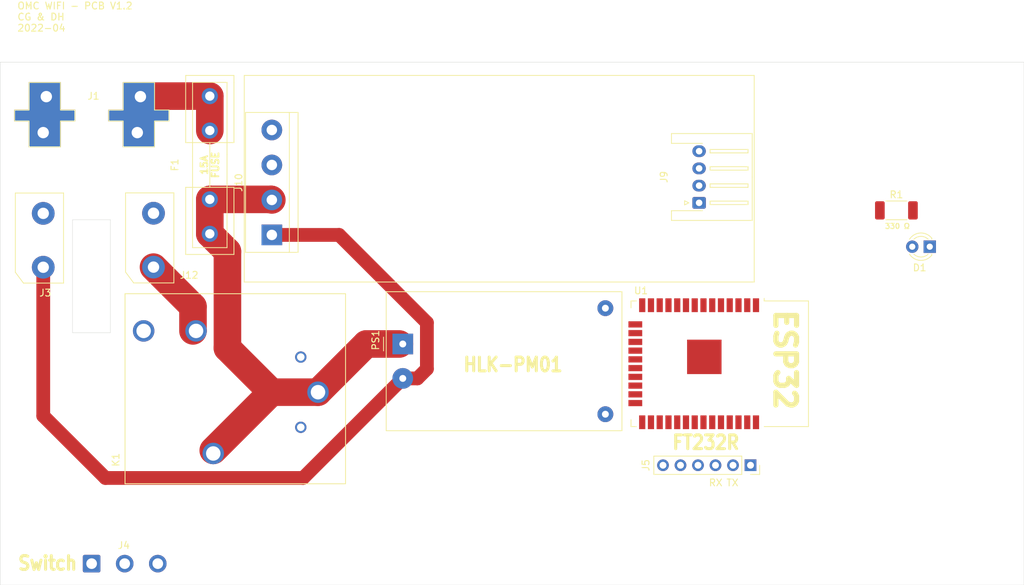
<source format=kicad_pcb>
(kicad_pcb (version 20171130) (host pcbnew 5.1.12-84ad8e8a86~92~ubuntu20.04.1)

  (general
    (thickness 1.6)
    (drawings 26)
    (tracks 25)
    (zones 0)
    (modules 19)
    (nets 57)
  )

  (page A4)
  (layers
    (0 F.Cu signal hide)
    (31 B.Cu signal)
    (32 B.Adhes user hide)
    (33 F.Adhes user)
    (34 B.Paste user)
    (35 F.Paste user)
    (36 B.SilkS user)
    (37 F.SilkS user)
    (38 B.Mask user)
    (39 F.Mask user)
    (40 Dwgs.User user)
    (41 Cmts.User user)
    (42 Eco1.User user)
    (43 Eco2.User user)
    (44 Edge.Cuts user)
    (45 Margin user)
    (46 B.CrtYd user)
    (47 F.CrtYd user)
    (48 B.Fab user)
    (49 F.Fab user hide)
  )

  (setup
    (last_trace_width 0.3)
    (trace_clearance 0.3)
    (zone_clearance 0.508)
    (zone_45_only no)
    (trace_min 0.2)
    (via_size 1.2)
    (via_drill 0.6)
    (via_min_size 0.4)
    (via_min_drill 0.3)
    (uvia_size 1.2)
    (uvia_drill 0.6)
    (uvias_allowed no)
    (uvia_min_size 0.2)
    (uvia_min_drill 0.1)
    (edge_width 0.05)
    (segment_width 0.2)
    (pcb_text_width 0.3)
    (pcb_text_size 1.5 1.5)
    (mod_edge_width 0.12)
    (mod_text_size 1 1)
    (mod_text_width 0.15)
    (pad_size 3 3)
    (pad_drill 1)
    (pad_to_mask_clearance 0.05)
    (aux_axis_origin 0 0)
    (visible_elements 7FFFFFFF)
    (pcbplotparams
      (layerselection 0x010fc_ffffffff)
      (usegerberextensions true)
      (usegerberattributes false)
      (usegerberadvancedattributes false)
      (creategerberjobfile false)
      (excludeedgelayer true)
      (linewidth 0.100000)
      (plotframeref false)
      (viasonmask false)
      (mode 1)
      (useauxorigin false)
      (hpglpennumber 1)
      (hpglpenspeed 20)
      (hpglpendiameter 15.000000)
      (psnegative false)
      (psa4output false)
      (plotreference true)
      (plotvalue false)
      (plotinvisibletext false)
      (padsonsilk false)
      (subtractmaskfromsilk true)
      (outputformat 1)
      (mirror false)
      (drillshape 0)
      (scaleselection 1)
      (outputdirectory "OMC_WIFI_GERBERS/"))
  )

  (net 0 "")
  (net 1 GND)
  (net 2 "Net-(D1-Pad2)")
  (net 3 +5V)
  (net 4 EN)
  (net 5 TX0)
  (net 6 RX0)
  (net 7 DTR)
  (net 8 VCC)
  (net 9 CTS)
  (net 10 "Net-(J4-Pad1)")
  (net 11 VN_ZMPT)
  (net 12 VP_ACS)
  (net 13 D23_LED)
  (net 14 NEUTRAL)
  (net 15 "Net-(U1-Pad36)")
  (net 16 "Net-(U1-Pad33)")
  (net 17 "Net-(U1-Pad32)")
  (net 18 "Net-(U1-Pad31)")
  (net 19 "Net-(U1-Pad30)")
  (net 20 "Net-(U1-Pad29)")
  (net 21 "Net-(U1-Pad26)")
  (net 22 BOOT)
  (net 23 "Net-(U1-Pad24)")
  (net 24 "Net-(U1-Pad23)")
  (net 25 "Net-(U1-Pad22)")
  (net 26 "Net-(U1-Pad21)")
  (net 27 "Net-(U1-Pad20)")
  (net 28 "Net-(U1-Pad19)")
  (net 29 "Net-(U1-Pad18)")
  (net 30 "Net-(U1-Pad17)")
  (net 31 "Net-(U1-Pad16)")
  (net 32 "Net-(U1-Pad14)")
  (net 33 "Net-(U1-Pad13)")
  (net 34 "Net-(U1-Pad12)")
  (net 35 "Net-(U1-Pad11)")
  (net 36 "Net-(U1-Pad10)")
  (net 37 "Net-(U1-Pad9)")
  (net 38 "Net-(U1-Pad7)")
  (net 39 "Net-(U1-Pad6)")
  (net 40 D32_RELAY_5V)
  (net 41 +3V)
  (net 42 TX2_5V)
  (net 43 RX2_5V)
  (net 44 TOR1)
  (net 45 TOR2)
  (net 46 D32_RELAY_3V)
  (net 47 RX2_3V)
  (net 48 TX2_3V)
  (net 49 "Net-(J11-Pad1)")
  (net 50 "Net-(J13-Pad6)")
  (net 51 "Net-(F1-Pad2)")
  (net 52 "Net-(K1-PadNC)")
  (net 53 "Net-(D2-Pad2)")
  (net 54 "Net-(Q1-Pad2)")
  (net 55 LINE_IN)
  (net 56 LINE_OUT)

  (net_class Default "This is the default net class."
    (clearance 0.3)
    (trace_width 0.3)
    (via_dia 1.2)
    (via_drill 0.6)
    (uvia_dia 1.2)
    (uvia_drill 0.6)
    (diff_pair_width 0.3)
    (diff_pair_gap 0.3)
    (add_net +3V)
    (add_net +5V)
    (add_net BOOT)
    (add_net CTS)
    (add_net D23_LED)
    (add_net D32_RELAY_3V)
    (add_net D32_RELAY_5V)
    (add_net DTR)
    (add_net EN)
    (add_net GND)
    (add_net "Net-(D1-Pad2)")
    (add_net "Net-(D2-Pad2)")
    (add_net "Net-(J11-Pad1)")
    (add_net "Net-(J13-Pad6)")
    (add_net "Net-(J4-Pad1)")
    (add_net "Net-(K1-PadNC)")
    (add_net "Net-(Q1-Pad2)")
    (add_net "Net-(U1-Pad10)")
    (add_net "Net-(U1-Pad11)")
    (add_net "Net-(U1-Pad12)")
    (add_net "Net-(U1-Pad13)")
    (add_net "Net-(U1-Pad14)")
    (add_net "Net-(U1-Pad16)")
    (add_net "Net-(U1-Pad17)")
    (add_net "Net-(U1-Pad18)")
    (add_net "Net-(U1-Pad19)")
    (add_net "Net-(U1-Pad20)")
    (add_net "Net-(U1-Pad21)")
    (add_net "Net-(U1-Pad22)")
    (add_net "Net-(U1-Pad23)")
    (add_net "Net-(U1-Pad24)")
    (add_net "Net-(U1-Pad26)")
    (add_net "Net-(U1-Pad29)")
    (add_net "Net-(U1-Pad30)")
    (add_net "Net-(U1-Pad31)")
    (add_net "Net-(U1-Pad32)")
    (add_net "Net-(U1-Pad33)")
    (add_net "Net-(U1-Pad36)")
    (add_net "Net-(U1-Pad6)")
    (add_net "Net-(U1-Pad7)")
    (add_net "Net-(U1-Pad9)")
    (add_net RX0)
    (add_net RX2_3V)
    (add_net RX2_5V)
    (add_net TOR1)
    (add_net TOR2)
    (add_net TX0)
    (add_net TX2_3V)
    (add_net TX2_5V)
    (add_net VCC)
    (add_net VN_ZMPT)
    (add_net VP_ACS)
  )

  (net_class "220V HC" ""
    (clearance 1)
    (trace_width 4)
    (via_dia 1.2)
    (via_drill 0.6)
    (uvia_dia 1.2)
    (uvia_drill 0.6)
    (diff_pair_width 0.3)
    (diff_pair_gap 0.3)
    (add_net LINE_IN)
    (add_net LINE_OUT)
    (add_net "Net-(F1-Pad2)")
  )

  (net_class "220V LC" ""
    (clearance 1)
    (trace_width 2)
    (via_dia 1.2)
    (via_drill 0.6)
    (uvia_dia 1.2)
    (uvia_drill 0.6)
    (diff_pair_width 0.3)
    (diff_pair_gap 0.3)
    (add_net NEUTRAL)
  )

  (module SLA-12VDC-SL-C:RELAY_SLA-12VDC-SL-C (layer F.Cu) (tedit 624F093D) (tstamp 624F9019)
    (at 605 -934 90)
    (path /626D4711)
    (fp_text reference K1 (at -9.825 -11.635 90) (layer F.SilkS)
      (effects (font (size 1 1) (thickness 0.15)))
    )
    (fp_text value SLA-12VDC-SL-C (at -0.3 23.135 90) (layer F.Fab)
      (effects (font (size 1 1) (thickness 0.15)))
    )
    (fp_line (start -13.55 21.95) (end -13.55 -10.55) (layer F.CrtYd) (width 0.05))
    (fp_line (start 14.55 21.95) (end -13.55 21.95) (layer F.CrtYd) (width 0.05))
    (fp_line (start 14.55 -10.55) (end 14.55 21.95) (layer F.CrtYd) (width 0.05))
    (fp_line (start -13.55 -10.55) (end 14.55 -10.55) (layer F.CrtYd) (width 0.05))
    (fp_line (start -13.3 21.7) (end -13.3 -10.3) (layer F.Fab) (width 0.127))
    (fp_line (start 14.3 21.7) (end -13.3 21.7) (layer F.Fab) (width 0.127))
    (fp_line (start 14.3 -10.3) (end 14.3 21.7) (layer F.Fab) (width 0.127))
    (fp_line (start -13.3 -10.3) (end 14.3 -10.3) (layer F.Fab) (width 0.127))
    (fp_line (start -13.3 21.7) (end -13.3 -10.3) (layer F.SilkS) (width 0.127))
    (fp_line (start 14.3 21.7) (end -13.3 21.7) (layer F.SilkS) (width 0.127))
    (fp_line (start 14.3 -10.3) (end 14.3 21.7) (layer F.SilkS) (width 0.127))
    (fp_line (start -13.3 -10.3) (end 14.3 -10.3) (layer F.SilkS) (width 0.127))
    (pad NC thru_hole circle (at 8.9 -7.6 90) (size 3.116 3.116) (drill 2.1) (layers *.Cu *.Mask)
      (net 52 "Net-(K1-PadNC)"))
    (pad COM2 thru_hole circle (at -8.9 2.5 90) (size 3.116 3.116) (drill 2.1) (layers *.Cu *.Mask)
      (net 55 LINE_IN))
    (pad NO thru_hole circle (at 8.9 0 90) (size 3.116 3.116) (drill 2.1) (layers *.Cu *.Mask)
      (net 56 LINE_OUT))
    (pad C2 thru_hole circle (at 5.1 15.2 90) (size 1.65 1.65) (drill 1.1) (layers *.Cu *.Mask)
      (net 53 "Net-(D2-Pad2)"))
    (pad C1 thru_hole circle (at -5.1 15.2 90) (size 1.65 1.65) (drill 1.1) (layers *.Cu *.Mask)
      (net 3 +5V))
    (pad COM1 thru_hole circle (at 0 17.7 90) (size 3.116 3.116) (drill 2.1) (layers *.Cu *.Mask)
      (net 55 LINE_IN))
    (model "C:/Users/cgarc/OneDrive - est.ucab.edu.ve/Documentos/GitHub/OMC_WIFI/OMC_WIFI_PCB/Libs/SLA-12VDC-SL-C/SLA-12VDC-SL-C.step"
      (at (xyz 0 0 0))
      (scale (xyz 1 1 1))
      (rotate (xyz -90 0 0))
    )
  )

  (module omc-plugs:OMC-Male-Plug (layer F.Cu) (tedit 62559E5C) (tstamp 62561085)
    (at 583 -974)
    (path /62564E0F)
    (fp_text reference J1 (at 7.125 -3) (layer F.SilkS)
      (effects (font (size 1 1) (thickness 0.15)))
    )
    (fp_text value Conn_01x02_Male (at 6.65 -6.775) (layer F.Fab)
      (effects (font (size 1 1) (thickness 0.15)))
    )
    (fp_line (start 2.325 -4.975) (end 2.325 -0.975) (layer F.SilkS) (width 0.12))
    (fp_line (start 2.325 -4.975) (end -2.225 -4.975) (layer F.SilkS) (width 0.12))
    (fp_line (start -2.225 -4.975) (end -2.225 -0.975) (layer F.SilkS) (width 0.12))
    (fp_line (start 2.325 -0.975) (end 4.425 -0.975) (layer F.SilkS) (width 0.12))
    (fp_line (start 4.425 -0.975) (end 4.425 0.625) (layer F.SilkS) (width 0.12))
    (fp_line (start 4.425 0.625) (end 2.325 0.625) (layer F.SilkS) (width 0.12))
    (fp_line (start -2.225 -0.975) (end -4.325 -0.975) (layer F.SilkS) (width 0.12))
    (fp_line (start -4.325 -0.975) (end -4.325 0.625) (layer F.SilkS) (width 0.12))
    (fp_line (start -4.325 0.625) (end -2.225 0.625) (layer F.SilkS) (width 0.12))
    (fp_line (start -2.225 0.625) (end -2.225 4.375) (layer F.SilkS) (width 0.12))
    (fp_line (start 2.325 0.625) (end 2.325 4.375) (layer F.SilkS) (width 0.12))
    (fp_line (start 2.325 4.375) (end -2.225 4.375) (layer F.SilkS) (width 0.12))
    (fp_line (start 15.98 -0.975) (end 18.08 -0.975) (layer F.SilkS) (width 0.12))
    (fp_line (start 18.08 -0.975) (end 18.08 0.625) (layer F.SilkS) (width 0.12))
    (fp_line (start 15.98 4.375) (end 11.43 4.375) (layer F.SilkS) (width 0.12))
    (fp_line (start 11.43 -4.975) (end 11.43 -0.975) (layer F.SilkS) (width 0.12))
    (fp_line (start 11.43 0.625) (end 11.43 4.375) (layer F.SilkS) (width 0.12))
    (fp_line (start 18.08 0.625) (end 15.98 0.625) (layer F.SilkS) (width 0.12))
    (fp_line (start 15.98 -4.975) (end 11.43 -4.975) (layer F.SilkS) (width 0.12))
    (fp_line (start 15.98 0.625) (end 15.98 4.375) (layer F.SilkS) (width 0.12))
    (fp_line (start 11.43 -0.975) (end 9.33 -0.975) (layer F.SilkS) (width 0.12))
    (fp_line (start 15.98 -4.975) (end 15.98 -0.975) (layer F.SilkS) (width 0.12))
    (fp_line (start 9.33 0.625) (end 11.43 0.625) (layer F.SilkS) (width 0.12))
    (fp_line (start 9.33 -0.975) (end 9.33 0.625) (layer F.SilkS) (width 0.12))
    (fp_poly (pts (xy 2.325 -0.975) (xy 4.425 -0.975) (xy 4.425 0.625) (xy 2.325 0.625)
      (xy 2.325 4.375) (xy -2.225 4.375) (xy -2.225 0.625) (xy -4.325 0.625)
      (xy -4.325 -0.975) (xy -2.225 -0.975) (xy -2.225 -4.975) (xy 2.325 -4.975)) (layer F.Cu) (width 0.1))
    (fp_poly (pts (xy 2.325 -0.975) (xy 4.425 -0.975) (xy 4.425 0.625) (xy 2.325 0.625)
      (xy 2.325 4.375) (xy -2.225 4.375) (xy -2.225 0.625) (xy -4.325 0.625)
      (xy -4.325 -0.975) (xy -2.225 -0.975) (xy -2.225 -4.975) (xy 2.325 -4.975)) (layer B.Cu) (width 0.1))
    (fp_poly (pts (xy 2.325 -0.975) (xy 4.425 -0.975) (xy 4.425 0.625) (xy 2.325 0.625)
      (xy 2.325 4.375) (xy -2.225 4.375) (xy -2.225 0.625) (xy -4.325 0.625)
      (xy -4.325 -0.975) (xy -2.225 -0.975) (xy -2.225 -4.975) (xy 2.325 -4.975)) (layer B.Mask) (width 0.1))
    (fp_poly (pts (xy 15.975 -0.975) (xy 18.075 -0.975) (xy 18.075 0.625) (xy 15.975 0.625)
      (xy 15.975 4.375) (xy 11.425 4.375) (xy 11.425 0.625) (xy 9.325 0.625)
      (xy 9.325 -0.975) (xy 11.425 -0.975) (xy 11.425 -4.975) (xy 15.975 -4.975)) (layer B.Mask) (width 0.1))
    (fp_poly (pts (xy 15.975 -0.975) (xy 18.075 -0.975) (xy 18.075 0.625) (xy 15.975 0.625)
      (xy 15.975 4.375) (xy 11.425 4.375) (xy 11.425 0.625) (xy 9.325 0.625)
      (xy 9.325 -0.975) (xy 11.425 -0.975) (xy 11.425 -4.975) (xy 15.975 -4.975)) (layer B.Cu) (width 0.1))
    (fp_poly (pts (xy 15.975 -0.975) (xy 18.075 -0.975) (xy 18.075 0.625) (xy 15.975 0.625)
      (xy 15.975 4.375) (xy 11.425 4.375) (xy 11.425 0.625) (xy 9.325 0.625)
      (xy 9.325 -0.975) (xy 11.425 -0.975) (xy 11.425 -4.975) (xy 15.975 -4.975)) (layer F.Cu) (width 0.1))
    (pad 1 thru_hole circle (at -0.175 2.3) (size 3.3 3.3) (drill 1.65) (layers *.Cu *.Mask)
      (net 51 "Net-(F1-Pad2)"))
    (pad 1 thru_hole circle (at 0.275 -2.925 270) (size 3.3 3.3) (drill 1.65) (layers *.Cu *.Mask)
      (net 51 "Net-(F1-Pad2)"))
    (pad 2 thru_hole circle (at 13.93 -2.925 270) (size 3.3 3.3) (drill 1.65) (layers *.Cu *.Mask)
      (net 14 NEUTRAL))
    (pad 2 thru_hole circle (at 13.48 2.3) (size 3.3 3.3) (drill 1.65) (layers *.Cu *.Mask)
      (net 14 NEUTRAL))
  )

  (module Package_TO_SOT_SMD:SC-59_Handsoldering (layer F.Cu) (tedit 5A0AB732) (tstamp 6250862B)
    (at 639 -897)
    (descr "SC-59, hand-soldering varaint, https://lib.chipdip.ru/images/import_diod/original/SOT-23_SC-59.jpg")
    (tags "SC-59 hand-soldering")
    (path /6251C78E)
    (attr smd)
    (fp_text reference Q1 (at 0 -2.5) (layer F.SilkS)
      (effects (font (size 1 1) (thickness 0.15)))
    )
    (fp_text value 2N3904 (at 0 2.5) (layer F.Fab)
      (effects (font (size 1 1) (thickness 0.15)))
    )
    (fp_line (start 2.8 1.8) (end -2.8 1.8) (layer F.CrtYd) (width 0.05))
    (fp_line (start 2.8 1.8) (end 2.8 -1.8) (layer F.CrtYd) (width 0.05))
    (fp_line (start -2.8 -1.8) (end -2.8 1.8) (layer F.CrtYd) (width 0.05))
    (fp_line (start -2.8 -1.8) (end 2.8 -1.8) (layer F.CrtYd) (width 0.05))
    (fp_line (start 0.85 -1.52) (end 0.85 1.52) (layer F.Fab) (width 0.1))
    (fp_line (start -0.3 -1.55) (end 0.85 -1.55) (layer F.Fab) (width 0.1))
    (fp_line (start -0.3 -1.55) (end -0.85 -1) (layer F.Fab) (width 0.1))
    (fp_line (start -0.85 1.55) (end 0.85 1.55) (layer F.Fab) (width 0.1))
    (fp_line (start 0.95 1.65) (end 0.95 0.6) (layer F.SilkS) (width 0.12))
    (fp_line (start -0.85 1.65) (end 0.95 1.65) (layer F.SilkS) (width 0.12))
    (fp_line (start 0.95 -1.65) (end 0.95 -0.6) (layer F.SilkS) (width 0.12))
    (fp_line (start -1.45 -1.65) (end 0.95 -1.65) (layer F.SilkS) (width 0.12))
    (fp_line (start -0.85 1.55) (end -0.85 -1) (layer F.Fab) (width 0.1))
    (fp_text user %R (at 0 0 90) (layer F.Fab)
      (effects (font (size 0.5 0.5) (thickness 0.075)))
    )
    (pad 3 smd rect (at 1.65 0) (size 1.8 0.8) (layers F.Cu F.Paste F.Mask)
      (net 53 "Net-(D2-Pad2)"))
    (pad 2 smd rect (at -1.65 0.95) (size 1.8 0.8) (layers F.Cu F.Paste F.Mask)
      (net 54 "Net-(Q1-Pad2)"))
    (pad 1 smd rect (at -1.65 -0.95) (size 1.8 0.8) (layers F.Cu F.Paste F.Mask)
      (net 1 GND))
    (model ${KISYS3DMOD}/Package_TO_SOT_SMD.3dshapes/SC-59.wrl
      (at (xyz 0 0 0))
      (scale (xyz 1 1 1))
      (rotate (xyz 0 0 0))
    )
  )

  (module Resistor_SMD:R_2010_5025Metric_Pad1.40x2.65mm_HandSolder (layer F.Cu) (tedit 5F68FEEE) (tstamp 6250865C)
    (at 627.85 -890.62)
    (descr "Resistor SMD 2010 (5025 Metric), square (rectangular) end terminal, IPC_7351 nominal with elongated pad for handsoldering. (Body size source: IPC-SM-782 page 72, https://www.pcb-3d.com/wordpress/wp-content/uploads/ipc-sm-782a_amendment_1_and_2.pdf), generated with kicad-footprint-generator")
    (tags "resistor handsolder")
    (path /6258E12E)
    (attr smd)
    (fp_text reference R2 (at 0 -2.28) (layer F.SilkS)
      (effects (font (size 1 1) (thickness 0.15)))
    )
    (fp_text value 1k (at 0 2.28) (layer F.Fab)
      (effects (font (size 1 1) (thickness 0.15)))
    )
    (fp_line (start 3.35 1.58) (end -3.35 1.58) (layer F.CrtYd) (width 0.05))
    (fp_line (start 3.35 -1.58) (end 3.35 1.58) (layer F.CrtYd) (width 0.05))
    (fp_line (start -3.35 -1.58) (end 3.35 -1.58) (layer F.CrtYd) (width 0.05))
    (fp_line (start -3.35 1.58) (end -3.35 -1.58) (layer F.CrtYd) (width 0.05))
    (fp_line (start -1.527064 1.36) (end 1.527064 1.36) (layer F.SilkS) (width 0.12))
    (fp_line (start -1.527064 -1.36) (end 1.527064 -1.36) (layer F.SilkS) (width 0.12))
    (fp_line (start 2.5 1.25) (end -2.5 1.25) (layer F.Fab) (width 0.1))
    (fp_line (start 2.5 -1.25) (end 2.5 1.25) (layer F.Fab) (width 0.1))
    (fp_line (start -2.5 -1.25) (end 2.5 -1.25) (layer F.Fab) (width 0.1))
    (fp_line (start -2.5 1.25) (end -2.5 -1.25) (layer F.Fab) (width 0.1))
    (fp_text user %R (at 0 0) (layer F.Fab)
      (effects (font (size 1 1) (thickness 0.15)))
    )
    (pad 2 smd roundrect (at 2.4 0) (size 1.4 2.65) (layers F.Cu F.Paste F.Mask) (roundrect_rratio 0.178571)
      (net 54 "Net-(Q1-Pad2)"))
    (pad 1 smd roundrect (at -2.4 0) (size 1.4 2.65) (layers F.Cu F.Paste F.Mask) (roundrect_rratio 0.178571)
      (net 40 D32_RELAY_5V))
    (model ${KISYS3DMOD}/Resistor_SMD.3dshapes/R_2010_5025Metric.wrl
      (at (xyz 0 0 0))
      (scale (xyz 1 1 1))
      (rotate (xyz 0 0 0))
    )
  )

  (module Diode_SMD:D_SMA (layer F.Cu) (tedit 586432E5) (tstamp 6250836C)
    (at 628 -895)
    (descr "Diode SMA (DO-214AC)")
    (tags "Diode SMA (DO-214AC)")
    (path /6253CC90)
    (attr smd)
    (fp_text reference D2 (at 0 -2.5) (layer F.SilkS)
      (effects (font (size 1 1) (thickness 0.15)))
    )
    (fp_text value US1M (at 0 2.6) (layer F.Fab)
      (effects (font (size 1 1) (thickness 0.15)))
    )
    (fp_line (start -3.4 -1.65) (end 2 -1.65) (layer F.SilkS) (width 0.12))
    (fp_line (start -3.4 1.65) (end 2 1.65) (layer F.SilkS) (width 0.12))
    (fp_line (start -0.64944 0.00102) (end 0.50118 -0.79908) (layer F.Fab) (width 0.1))
    (fp_line (start -0.64944 0.00102) (end 0.50118 0.75032) (layer F.Fab) (width 0.1))
    (fp_line (start 0.50118 0.75032) (end 0.50118 -0.79908) (layer F.Fab) (width 0.1))
    (fp_line (start -0.64944 -0.79908) (end -0.64944 0.80112) (layer F.Fab) (width 0.1))
    (fp_line (start 0.50118 0.00102) (end 1.4994 0.00102) (layer F.Fab) (width 0.1))
    (fp_line (start -0.64944 0.00102) (end -1.55114 0.00102) (layer F.Fab) (width 0.1))
    (fp_line (start -3.5 1.75) (end -3.5 -1.75) (layer F.CrtYd) (width 0.05))
    (fp_line (start 3.5 1.75) (end -3.5 1.75) (layer F.CrtYd) (width 0.05))
    (fp_line (start 3.5 -1.75) (end 3.5 1.75) (layer F.CrtYd) (width 0.05))
    (fp_line (start -3.5 -1.75) (end 3.5 -1.75) (layer F.CrtYd) (width 0.05))
    (fp_line (start 2.3 -1.5) (end -2.3 -1.5) (layer F.Fab) (width 0.1))
    (fp_line (start 2.3 -1.5) (end 2.3 1.5) (layer F.Fab) (width 0.1))
    (fp_line (start -2.3 1.5) (end -2.3 -1.5) (layer F.Fab) (width 0.1))
    (fp_line (start 2.3 1.5) (end -2.3 1.5) (layer F.Fab) (width 0.1))
    (fp_line (start -3.4 -1.65) (end -3.4 1.65) (layer F.SilkS) (width 0.12))
    (fp_text user %R (at 0 -2.5) (layer F.Fab)
      (effects (font (size 1 1) (thickness 0.15)))
    )
    (pad 2 smd rect (at 2 0) (size 2.5 1.8) (layers F.Cu F.Paste F.Mask)
      (net 53 "Net-(D2-Pad2)"))
    (pad 1 smd rect (at -2 0) (size 2.5 1.8) (layers F.Cu F.Paste F.Mask)
      (net 3 +5V))
    (model ${KISYS3DMOD}/Diode_SMD.3dshapes/D_SMA.wrl
      (at (xyz 0 0 0))
      (scale (xyz 1 1 1))
      (rotate (xyz 0 0 0))
    )
  )

  (module Fuse:Fuseholder5x20_horiz_open_inline_Type-I (layer F.Cu) (tedit 5880C3AD) (tstamp 6210D1BE)
    (at 607 -957 90)
    (descr "Fuseholder, 5x20, open, horizontal, Type-I, Inline,")
    (tags "Fuseholder 5x20 open horizontal Type-I Inline Sicherungshalter offen ")
    (path /6214DC3E)
    (fp_text reference F1 (at 10 -5.08 90) (layer F.SilkS)
      (effects (font (size 1 1) (thickness 0.15)))
    )
    (fp_text value Fuse (at 11.27 5.08 90) (layer F.Fab)
      (effects (font (size 1 1) (thickness 0.15)))
    )
    (fp_line (start 5 0) (end 15 0) (layer F.Fab) (width 0.1))
    (fp_line (start -2 -2.5) (end 22 -2.5) (layer F.Fab) (width 0.1))
    (fp_line (start 22 -2.5) (end 22 2.5) (layer F.Fab) (width 0.1))
    (fp_line (start 22 2.5) (end -2 2.5) (layer F.Fab) (width 0.1))
    (fp_line (start -2 2.5) (end -2 -2.5) (layer F.Fab) (width 0.1))
    (fp_line (start 13.35 -3.4) (end 13.35 3.4) (layer F.Fab) (width 0.1))
    (fp_line (start 13.35 3.4) (end 22.9 3.4) (layer F.Fab) (width 0.1))
    (fp_line (start 22.9 3.4) (end 22.9 -3.4) (layer F.Fab) (width 0.1))
    (fp_line (start 22.9 -3.4) (end 13.35 -3.4) (layer F.Fab) (width 0.1))
    (fp_line (start -2.95 -3.4) (end 6.65 -3.4) (layer F.Fab) (width 0.1))
    (fp_line (start 6.65 -3.4) (end 6.65 3.4) (layer F.Fab) (width 0.1))
    (fp_line (start 6.65 3.4) (end -2.9 3.4) (layer F.Fab) (width 0.1))
    (fp_line (start -2.9 3.4) (end -2.9 -3.4) (layer F.Fab) (width 0.1))
    (fp_line (start 13.25 0) (end 6.75 0) (layer F.SilkS) (width 0.12))
    (fp_line (start 13.25 -3.5) (end 13.25 3.5) (layer F.SilkS) (width 0.12))
    (fp_line (start 22 3.5) (end 13.25 3.5) (layer F.SilkS) (width 0.12))
    (fp_line (start 22 -3.5) (end 13.25 -3.5) (layer F.SilkS) (width 0.12))
    (fp_line (start -0.75 2.5) (end -2 2.5) (layer F.SilkS) (width 0.12))
    (fp_line (start -0.5 -2.5) (end -2 -2.5) (layer F.SilkS) (width 0.12))
    (fp_line (start 11.5 2.5) (end -0.75 2.5) (layer F.SilkS) (width 0.12))
    (fp_line (start 11.25 -2.5) (end -0.5 -2.5) (layer F.SilkS) (width 0.12))
    (fp_line (start 22 2.5) (end 11.5 2.5) (layer F.SilkS) (width 0.12))
    (fp_line (start 22 -2.5) (end 11.25 -2.5) (layer F.SilkS) (width 0.12))
    (fp_line (start 22 -2.5) (end 22 2.5) (layer F.SilkS) (width 0.12))
    (fp_line (start 23 -3.5) (end 22 -3.5) (layer F.SilkS) (width 0.12))
    (fp_line (start 23 -3.5) (end 23 3.5) (layer F.SilkS) (width 0.12))
    (fp_line (start 23 3.5) (end 22 3.5) (layer F.SilkS) (width 0.12))
    (fp_line (start -2 -2.5) (end -2 2.5) (layer F.SilkS) (width 0.12))
    (fp_line (start 6.75 -3.5) (end -3 -3.5) (layer F.SilkS) (width 0.12))
    (fp_line (start -3 -3.5) (end -3 3.5) (layer F.SilkS) (width 0.12))
    (fp_line (start 6.75 3.5) (end -3 3.5) (layer F.SilkS) (width 0.12))
    (fp_line (start 6.75 -3.5) (end 6.75 3.5) (layer F.SilkS) (width 0.12))
    (fp_line (start -3.2 -3.65) (end 23.15 -3.65) (layer F.CrtYd) (width 0.05))
    (fp_line (start -3.2 -3.65) (end -3.2 3.65) (layer F.CrtYd) (width 0.05))
    (fp_line (start 23.15 3.65) (end 23.15 -3.65) (layer F.CrtYd) (width 0.05))
    (fp_line (start 23.15 3.65) (end -3.2 3.65) (layer F.CrtYd) (width 0.05))
    (pad 1 thru_hole circle (at 0 0 90) (size 2.35 2.35) (drill 1.35) (layers *.Cu *.Mask)
      (net 55 LINE_IN))
    (pad 1 thru_hole circle (at 5 0 90) (size 2.35 2.35) (drill 1.35) (layers *.Cu *.Mask)
      (net 55 LINE_IN))
    (pad 2 thru_hole circle (at 20 0 90) (size 2.35 2.35) (drill 1.35) (layers *.Cu *.Mask)
      (net 51 "Net-(F1-Pad2)"))
    (pad 2 thru_hole circle (at 15 0 90) (size 2.35 2.35) (drill 1.35) (layers *.Cu *.Mask)
      (net 51 "Net-(F1-Pad2)"))
  )

  (module Connector_PinHeader_2.54mm:PinHeader_1x06_P2.54mm_Vertical (layer F.Cu) (tedit 59FED5CC) (tstamp 6250D400)
    (at 663.35 -888 180)
    (descr "Through hole straight pin header, 1x06, 2.54mm pitch, single row")
    (tags "Through hole pin header THT 1x06 2.54mm single row")
    (path /6255C0C9)
    (fp_text reference J13 (at 0 -2.33) (layer F.SilkS)
      (effects (font (size 1 1) (thickness 0.15)))
    )
    (fp_text value Conn_01x06_Male (at 0 15.03) (layer F.Fab)
      (effects (font (size 1 1) (thickness 0.15)))
    )
    (fp_line (start 1.8 -1.8) (end -1.8 -1.8) (layer F.CrtYd) (width 0.05))
    (fp_line (start 1.8 14.5) (end 1.8 -1.8) (layer F.CrtYd) (width 0.05))
    (fp_line (start -1.8 14.5) (end 1.8 14.5) (layer F.CrtYd) (width 0.05))
    (fp_line (start -1.8 -1.8) (end -1.8 14.5) (layer F.CrtYd) (width 0.05))
    (fp_line (start -1.33 -1.33) (end 0 -1.33) (layer F.SilkS) (width 0.12))
    (fp_line (start -1.33 0) (end -1.33 -1.33) (layer F.SilkS) (width 0.12))
    (fp_line (start -1.33 1.27) (end 1.33 1.27) (layer F.SilkS) (width 0.12))
    (fp_line (start 1.33 1.27) (end 1.33 14.03) (layer F.SilkS) (width 0.12))
    (fp_line (start -1.33 1.27) (end -1.33 14.03) (layer F.SilkS) (width 0.12))
    (fp_line (start -1.33 14.03) (end 1.33 14.03) (layer F.SilkS) (width 0.12))
    (fp_line (start -1.27 -0.635) (end -0.635 -1.27) (layer F.Fab) (width 0.1))
    (fp_line (start -1.27 13.97) (end -1.27 -0.635) (layer F.Fab) (width 0.1))
    (fp_line (start 1.27 13.97) (end -1.27 13.97) (layer F.Fab) (width 0.1))
    (fp_line (start 1.27 -1.27) (end 1.27 13.97) (layer F.Fab) (width 0.1))
    (fp_line (start -0.635 -1.27) (end 1.27 -1.27) (layer F.Fab) (width 0.1))
    (fp_text user %R (at 0 6.35 90) (layer F.Fab)
      (effects (font (size 1 1) (thickness 0.15)))
    )
    (pad 6 thru_hole oval (at 0 12.7 180) (size 1.7 1.7) (drill 1) (layers *.Cu *.Mask)
      (net 50 "Net-(J13-Pad6)"))
    (pad 5 thru_hole oval (at 0 10.16 180) (size 1.7 1.7) (drill 1) (layers *.Cu *.Mask)
      (net 40 D32_RELAY_5V))
    (pad 4 thru_hole oval (at 0 7.62 180) (size 1.7 1.7) (drill 1) (layers *.Cu *.Mask)
      (net 1 GND))
    (pad 3 thru_hole oval (at 0 5.08 180) (size 1.7 1.7) (drill 1) (layers *.Cu *.Mask)
      (net 3 +5V))
    (pad 2 thru_hole oval (at 0 2.54 180) (size 1.7 1.7) (drill 1) (layers *.Cu *.Mask)
      (net 42 TX2_5V))
    (pad 1 thru_hole rect (at 0 0 180) (size 1.7 1.7) (drill 1) (layers *.Cu *.Mask)
      (net 43 RX2_5V))
    (model ${KISYS3DMOD}/Connector_PinHeader_2.54mm.3dshapes/PinHeader_1x06_P2.54mm_Vertical.wrl
      (at (xyz 0 0 0))
      (scale (xyz 1 1 1))
      (rotate (xyz 0 0 0))
    )
  )

  (module Connector_PinHeader_2.54mm:PinHeader_1x06_P2.54mm_Vertical (layer F.Cu) (tedit 59FED5CC) (tstamp 6250D44B)
    (at 688 -888 180)
    (descr "Through hole straight pin header, 1x06, 2.54mm pitch, single row")
    (tags "Through hole pin header THT 1x06 2.54mm single row")
    (path /6254B7ED)
    (fp_text reference J11 (at 0 -2.33) (layer F.SilkS)
      (effects (font (size 1 1) (thickness 0.15)))
    )
    (fp_text value Conn_01x06_Male (at 0 15.03) (layer F.Fab)
      (effects (font (size 1 1) (thickness 0.15)))
    )
    (fp_line (start 1.8 -1.8) (end -1.8 -1.8) (layer F.CrtYd) (width 0.05))
    (fp_line (start 1.8 14.5) (end 1.8 -1.8) (layer F.CrtYd) (width 0.05))
    (fp_line (start -1.8 14.5) (end 1.8 14.5) (layer F.CrtYd) (width 0.05))
    (fp_line (start -1.8 -1.8) (end -1.8 14.5) (layer F.CrtYd) (width 0.05))
    (fp_line (start -1.33 -1.33) (end 0 -1.33) (layer F.SilkS) (width 0.12))
    (fp_line (start -1.33 0) (end -1.33 -1.33) (layer F.SilkS) (width 0.12))
    (fp_line (start -1.33 1.27) (end 1.33 1.27) (layer F.SilkS) (width 0.12))
    (fp_line (start 1.33 1.27) (end 1.33 14.03) (layer F.SilkS) (width 0.12))
    (fp_line (start -1.33 1.27) (end -1.33 14.03) (layer F.SilkS) (width 0.12))
    (fp_line (start -1.33 14.03) (end 1.33 14.03) (layer F.SilkS) (width 0.12))
    (fp_line (start -1.27 -0.635) (end -0.635 -1.27) (layer F.Fab) (width 0.1))
    (fp_line (start -1.27 13.97) (end -1.27 -0.635) (layer F.Fab) (width 0.1))
    (fp_line (start 1.27 13.97) (end -1.27 13.97) (layer F.Fab) (width 0.1))
    (fp_line (start 1.27 -1.27) (end 1.27 13.97) (layer F.Fab) (width 0.1))
    (fp_line (start -0.635 -1.27) (end 1.27 -1.27) (layer F.Fab) (width 0.1))
    (fp_text user %R (at 0 6.35 90) (layer F.Fab)
      (effects (font (size 1 1) (thickness 0.15)))
    )
    (pad 6 thru_hole oval (at 0 12.7 180) (size 1.7 1.7) (drill 1) (layers *.Cu *.Mask)
      (net 48 TX2_3V))
    (pad 5 thru_hole oval (at 0 10.16 180) (size 1.7 1.7) (drill 1) (layers *.Cu *.Mask)
      (net 47 RX2_3V))
    (pad 4 thru_hole oval (at 0 7.62 180) (size 1.7 1.7) (drill 1) (layers *.Cu *.Mask)
      (net 41 +3V))
    (pad 3 thru_hole oval (at 0 5.08 180) (size 1.7 1.7) (drill 1) (layers *.Cu *.Mask)
      (net 1 GND))
    (pad 2 thru_hole oval (at 0 2.54 180) (size 1.7 1.7) (drill 1) (layers *.Cu *.Mask)
      (net 46 D32_RELAY_3V))
    (pad 1 thru_hole rect (at 0 0 180) (size 1.7 1.7) (drill 1) (layers *.Cu *.Mask)
      (net 49 "Net-(J11-Pad1)"))
    (model ${KISYS3DMOD}/Connector_PinHeader_2.54mm.3dshapes/PinHeader_1x06_P2.54mm_Vertical.wrl
      (at (xyz 0 0 0))
      (scale (xyz 1 1 1))
      (rotate (xyz 0 0 0))
    )
  )

  (module Connector_JST:JST_XH_S4B-XH-A-1_1x04_P2.50mm_Horizontal (layer F.Cu) (tedit 5C281476) (tstamp 624DECC7)
    (at 678 -961.5 90)
    (descr "JST XH series connector, S4B-XH-A-1 (http://www.jst-mfg.com/product/pdf/eng/eXH.pdf), generated with kicad-footprint-generator")
    (tags "connector JST XH horizontal")
    (path /62772A95)
    (fp_text reference J9 (at 3.75 -5.1 90) (layer F.SilkS)
      (effects (font (size 1 1) (thickness 0.15)))
    )
    (fp_text value Datos (at 3.75 8.8 90) (layer F.Fab)
      (effects (font (size 1 1) (thickness 0.15)))
    )
    (fp_line (start 0 -0.4) (end 0.625 0.6) (layer F.Fab) (width 0.1))
    (fp_line (start -0.625 0.6) (end 0 -0.4) (layer F.Fab) (width 0.1))
    (fp_line (start 0.3 -2.1) (end 0 -1.5) (layer F.SilkS) (width 0.12))
    (fp_line (start -0.3 -2.1) (end 0.3 -2.1) (layer F.SilkS) (width 0.12))
    (fp_line (start 0 -1.5) (end -0.3 -2.1) (layer F.SilkS) (width 0.12))
    (fp_line (start 7.75 1.6) (end 7.25 1.6) (layer F.SilkS) (width 0.12))
    (fp_line (start 7.75 7.1) (end 7.75 1.6) (layer F.SilkS) (width 0.12))
    (fp_line (start 7.25 7.1) (end 7.75 7.1) (layer F.SilkS) (width 0.12))
    (fp_line (start 7.25 1.6) (end 7.25 7.1) (layer F.SilkS) (width 0.12))
    (fp_line (start 5.25 1.6) (end 4.75 1.6) (layer F.SilkS) (width 0.12))
    (fp_line (start 5.25 7.1) (end 5.25 1.6) (layer F.SilkS) (width 0.12))
    (fp_line (start 4.75 7.1) (end 5.25 7.1) (layer F.SilkS) (width 0.12))
    (fp_line (start 4.75 1.6) (end 4.75 7.1) (layer F.SilkS) (width 0.12))
    (fp_line (start 2.75 1.6) (end 2.25 1.6) (layer F.SilkS) (width 0.12))
    (fp_line (start 2.75 7.1) (end 2.75 1.6) (layer F.SilkS) (width 0.12))
    (fp_line (start 2.25 7.1) (end 2.75 7.1) (layer F.SilkS) (width 0.12))
    (fp_line (start 2.25 1.6) (end 2.25 7.1) (layer F.SilkS) (width 0.12))
    (fp_line (start 0.25 1.6) (end -0.25 1.6) (layer F.SilkS) (width 0.12))
    (fp_line (start 0.25 7.1) (end 0.25 1.6) (layer F.SilkS) (width 0.12))
    (fp_line (start -0.25 7.1) (end 0.25 7.1) (layer F.SilkS) (width 0.12))
    (fp_line (start -0.25 1.6) (end -0.25 7.1) (layer F.SilkS) (width 0.12))
    (fp_line (start 8.75 0.6) (end 3.75 0.6) (layer F.Fab) (width 0.1))
    (fp_line (start 8.75 -3.9) (end 8.75 0.6) (layer F.Fab) (width 0.1))
    (fp_line (start 9.95 -3.9) (end 8.75 -3.9) (layer F.Fab) (width 0.1))
    (fp_line (start 9.95 7.6) (end 9.95 -3.9) (layer F.Fab) (width 0.1))
    (fp_line (start 3.75 7.6) (end 9.95 7.6) (layer F.Fab) (width 0.1))
    (fp_line (start -1.25 0.6) (end 3.75 0.6) (layer F.Fab) (width 0.1))
    (fp_line (start -1.25 -3.9) (end -1.25 0.6) (layer F.Fab) (width 0.1))
    (fp_line (start -2.45 -3.9) (end -1.25 -3.9) (layer F.Fab) (width 0.1))
    (fp_line (start -2.45 7.6) (end -2.45 -3.9) (layer F.Fab) (width 0.1))
    (fp_line (start 3.75 7.6) (end -2.45 7.6) (layer F.Fab) (width 0.1))
    (fp_line (start 8.64 -4.01) (end 8.64 0.49) (layer F.SilkS) (width 0.12))
    (fp_line (start 10.06 -4.01) (end 8.64 -4.01) (layer F.SilkS) (width 0.12))
    (fp_line (start 10.06 7.71) (end 10.06 -4.01) (layer F.SilkS) (width 0.12))
    (fp_line (start 3.75 7.71) (end 10.06 7.71) (layer F.SilkS) (width 0.12))
    (fp_line (start -1.14 -4.01) (end -1.14 0.49) (layer F.SilkS) (width 0.12))
    (fp_line (start -2.56 -4.01) (end -1.14 -4.01) (layer F.SilkS) (width 0.12))
    (fp_line (start -2.56 7.71) (end -2.56 -4.01) (layer F.SilkS) (width 0.12))
    (fp_line (start 3.75 7.71) (end -2.56 7.71) (layer F.SilkS) (width 0.12))
    (fp_line (start 10.45 -4.4) (end -2.95 -4.4) (layer F.CrtYd) (width 0.05))
    (fp_line (start 10.45 8.1) (end 10.45 -4.4) (layer F.CrtYd) (width 0.05))
    (fp_line (start -2.95 8.1) (end 10.45 8.1) (layer F.CrtYd) (width 0.05))
    (fp_line (start -2.95 -4.4) (end -2.95 8.1) (layer F.CrtYd) (width 0.05))
    (fp_text user %R (at 3.75 1.85 90) (layer F.Fab)
      (effects (font (size 1 1) (thickness 0.15)))
    )
    (pad 4 thru_hole oval (at 7.5 0 90) (size 1.7 1.95) (drill 0.95) (layers *.Cu *.Mask)
      (net 1 GND))
    (pad 3 thru_hole oval (at 5 0 90) (size 1.7 1.95) (drill 0.95) (layers *.Cu *.Mask)
      (net 42 TX2_5V))
    (pad 2 thru_hole oval (at 2.5 0 90) (size 1.7 1.95) (drill 0.95) (layers *.Cu *.Mask)
      (net 43 RX2_5V))
    (pad 1 thru_hole roundrect (at 0 0 90) (size 1.7 1.95) (drill 0.95) (layers *.Cu *.Mask) (roundrect_rratio 0.147059)
      (net 3 +5V))
    (model ${KISYS3DMOD}/Connector_JST.3dshapes/JST_XH_S4B-XH-A-1_1x04_P2.50mm_Horizontal.wrl
      (at (xyz 0 0 0))
      (scale (xyz 1 1 1))
      (rotate (xyz 0 0 0))
    )
  )

  (module TerminalBlock:TerminalBlock_bornier-4_P5.08mm (layer F.Cu) (tedit 59FF03D1) (tstamp 624DEC82)
    (at 616 -956.84 90)
    (descr "simple 4-pin terminal block, pitch 5.08mm, revamped version of bornier4")
    (tags "terminal block bornier4")
    (path /62764262)
    (fp_text reference J10 (at 7.6 -4.8 90) (layer F.SilkS)
      (effects (font (size 1 1) (thickness 0.15)))
    )
    (fp_text value Power (at 7.6 4.75 90) (layer F.Fab)
      (effects (font (size 1 1) (thickness 0.15)))
    )
    (fp_line (start -2.48 2.55) (end 17.72 2.55) (layer F.Fab) (width 0.1))
    (fp_line (start -2.43 3.75) (end -2.48 3.75) (layer F.Fab) (width 0.1))
    (fp_line (start -2.48 3.75) (end -2.48 -3.75) (layer F.Fab) (width 0.1))
    (fp_line (start -2.48 -3.75) (end 17.72 -3.75) (layer F.Fab) (width 0.1))
    (fp_line (start 17.72 -3.75) (end 17.72 3.75) (layer F.Fab) (width 0.1))
    (fp_line (start 17.72 3.75) (end -2.43 3.75) (layer F.Fab) (width 0.1))
    (fp_line (start -2.54 -3.81) (end -2.54 3.81) (layer F.SilkS) (width 0.12))
    (fp_line (start 17.78 3.81) (end 17.78 -3.81) (layer F.SilkS) (width 0.12))
    (fp_line (start 17.78 2.54) (end -2.54 2.54) (layer F.SilkS) (width 0.12))
    (fp_line (start -2.54 -3.81) (end 17.78 -3.81) (layer F.SilkS) (width 0.12))
    (fp_line (start -2.54 3.81) (end 17.78 3.81) (layer F.SilkS) (width 0.12))
    (fp_line (start -2.73 -4) (end 17.97 -4) (layer F.CrtYd) (width 0.05))
    (fp_line (start -2.73 -4) (end -2.73 4) (layer F.CrtYd) (width 0.05))
    (fp_line (start 17.97 4) (end 17.97 -4) (layer F.CrtYd) (width 0.05))
    (fp_line (start 17.97 4) (end -2.73 4) (layer F.CrtYd) (width 0.05))
    (fp_text user %R (at 7.62 0 90) (layer F.Fab)
      (effects (font (size 1 1) (thickness 0.15)))
    )
    (pad 4 thru_hole circle (at 15.24 0 90) (size 3 3) (drill 1.52) (layers *.Cu *.Mask)
      (net 44 TOR1))
    (pad 1 thru_hole rect (at 0 0 90) (size 3 3) (drill 1.52) (layers *.Cu *.Mask)
      (net 14 NEUTRAL))
    (pad 3 thru_hole circle (at 10.16 0 90) (size 3 3) (drill 1.52) (layers *.Cu *.Mask)
      (net 45 TOR2))
    (pad 2 thru_hole circle (at 5.08 0 90) (size 3 3) (drill 1.52) (layers *.Cu *.Mask)
      (net 55 LINE_IN))
    (model ${KISYS3DMOD}/TerminalBlock.3dshapes/TerminalBlock_bornier-4_P5.08mm.wrl
      (offset (xyz 7.619999885559082 0 0))
      (scale (xyz 1 1 1))
      (rotate (xyz 0 0 0))
    )
  )

  (module Connector_PinHeader_2.54mm:PinHeader_1x03_P2.54mm_Vertical (layer F.Cu) (tedit 59FED5CC) (tstamp 624DED0B)
    (at 740 -930.08)
    (descr "Through hole straight pin header, 1x03, 2.54mm pitch, single row")
    (tags "Through hole pin header THT 1x03 2.54mm single row")
    (path /62615ACB)
    (fp_text reference J8 (at 0 -2.33) (layer F.SilkS)
      (effects (font (size 1 1) (thickness 0.15)))
    )
    (fp_text value Regulador (at 0 7.41) (layer F.Fab)
      (effects (font (size 1 1) (thickness 0.15)))
    )
    (fp_line (start -0.635 -1.27) (end 1.27 -1.27) (layer F.Fab) (width 0.1))
    (fp_line (start 1.27 -1.27) (end 1.27 6.35) (layer F.Fab) (width 0.1))
    (fp_line (start 1.27 6.35) (end -1.27 6.35) (layer F.Fab) (width 0.1))
    (fp_line (start -1.27 6.35) (end -1.27 -0.635) (layer F.Fab) (width 0.1))
    (fp_line (start -1.27 -0.635) (end -0.635 -1.27) (layer F.Fab) (width 0.1))
    (fp_line (start -1.33 6.41) (end 1.33 6.41) (layer F.SilkS) (width 0.12))
    (fp_line (start -1.33 1.27) (end -1.33 6.41) (layer F.SilkS) (width 0.12))
    (fp_line (start 1.33 1.27) (end 1.33 6.41) (layer F.SilkS) (width 0.12))
    (fp_line (start -1.33 1.27) (end 1.33 1.27) (layer F.SilkS) (width 0.12))
    (fp_line (start -1.33 0) (end -1.33 -1.33) (layer F.SilkS) (width 0.12))
    (fp_line (start -1.33 -1.33) (end 0 -1.33) (layer F.SilkS) (width 0.12))
    (fp_line (start -1.8 -1.8) (end -1.8 6.85) (layer F.CrtYd) (width 0.05))
    (fp_line (start -1.8 6.85) (end 1.8 6.85) (layer F.CrtYd) (width 0.05))
    (fp_line (start 1.8 6.85) (end 1.8 -1.8) (layer F.CrtYd) (width 0.05))
    (fp_line (start 1.8 -1.8) (end -1.8 -1.8) (layer F.CrtYd) (width 0.05))
    (fp_text user %R (at 0 2.54 90) (layer F.Fab)
      (effects (font (size 1 1) (thickness 0.15)))
    )
    (pad 3 thru_hole oval (at 0 5.08) (size 1.7 1.7) (drill 1) (layers *.Cu *.Mask)
      (net 3 +5V))
    (pad 2 thru_hole oval (at 0 2.54) (size 1.7 1.7) (drill 1) (layers *.Cu *.Mask)
      (net 41 +3V))
    (pad 1 thru_hole rect (at 0 0) (size 1.7 1.7) (drill 1) (layers *.Cu *.Mask)
      (net 1 GND))
    (model ${KISYS3DMOD}/Connector_PinHeader_2.54mm.3dshapes/PinHeader_1x03_P2.54mm_Vertical.wrl
      (at (xyz 0 0 0))
      (scale (xyz 1 1 1))
      (rotate (xyz 0 0 0))
    )
  )

  (module omc-plugs:OMC-Female-Plug (layer F.Cu) (tedit 62447C8B) (tstamp 62453893)
    (at 598.18 -956.04)
    (path /625CDD0C)
    (fp_text reference J12 (at 5.82 5.04) (layer F.SilkS)
      (effects (font (size 1 1) (thickness 0.15)))
    )
    (fp_text value "Line Output" (at 0 -8.375) (layer F.Fab)
      (effects (font (size 1 1) (thickness 0.15)))
    )
    (fp_line (start 0.65 4.7) (end 0.65 6.7) (layer Dwgs.User) (width 0.12))
    (fp_line (start 1.475 3.875) (end 3.475 3.875) (layer Dwgs.User) (width 0.12))
    (fp_line (start 0.65 -3.125) (end 0.65 2.975) (layer Dwgs.User) (width 0.12))
    (fp_line (start 1.475 -3.95) (end 3.475 -3.95) (layer Dwgs.User) (width 0.12))
    (fp_line (start 0.65 -4.775) (end 0.65 -6.775) (layer Dwgs.User) (width 0.12))
    (fp_line (start -2.225 6.175) (end 3.6 6.175) (layer F.SilkS) (width 0.12))
    (fp_line (start -3.4 4.6) (end -2.225 6.175) (layer F.SilkS) (width 0.12))
    (fp_line (start -3.4 -6.9) (end -3.4 4.6) (layer F.SilkS) (width 0.12))
    (fp_line (start 3.6 -6.925) (end 3.6 6.175) (layer F.SilkS) (width 0.12))
    (fp_line (start 3.6 -6.9) (end -3.4 -6.9) (layer F.SilkS) (width 0.12))
    (pad 1 thru_hole circle (at 0.65 3.875) (size 3.3 3.3) (drill 1.65) (layers *.Cu *.Mask)
      (net 56 LINE_OUT))
    (pad 1 thru_hole circle (at 0.65 -3.95) (size 3.3 3.3) (drill 1.65) (layers *.Cu *.Mask)
      (net 56 LINE_OUT))
  )

  (module omc-plugs:OMC-Female-Plug (layer F.Cu) (tedit 62447C8B) (tstamp 62453727)
    (at 582.18 -956.02)
    (path /625CD894)
    (fp_text reference J3 (at 0.95 7.6) (layer F.SilkS)
      (effects (font (size 1 1) (thickness 0.15)))
    )
    (fp_text value "Neutral Output" (at 0 -8.375) (layer F.Fab)
      (effects (font (size 1 1) (thickness 0.15)))
    )
    (fp_line (start 3.6 -6.9) (end -3.4 -6.9) (layer F.SilkS) (width 0.12))
    (fp_line (start 3.6 -6.925) (end 3.6 6.175) (layer F.SilkS) (width 0.12))
    (fp_line (start -3.4 -6.9) (end -3.4 4.6) (layer F.SilkS) (width 0.12))
    (fp_line (start -3.4 4.6) (end -2.225 6.175) (layer F.SilkS) (width 0.12))
    (fp_line (start -2.225 6.175) (end 3.6 6.175) (layer F.SilkS) (width 0.12))
    (fp_line (start 0.65 -4.775) (end 0.65 -6.775) (layer Dwgs.User) (width 0.12))
    (fp_line (start 1.475 -3.95) (end 3.475 -3.95) (layer Dwgs.User) (width 0.12))
    (fp_line (start 0.65 -3.125) (end 0.65 2.975) (layer Dwgs.User) (width 0.12))
    (fp_line (start 1.475 3.875) (end 3.475 3.875) (layer Dwgs.User) (width 0.12))
    (fp_line (start 0.65 4.7) (end 0.65 6.7) (layer Dwgs.User) (width 0.12))
    (pad 1 thru_hole circle (at 0.65 -3.95) (size 3.3 3.3) (drill 1.65) (layers *.Cu *.Mask)
      (net 14 NEUTRAL))
    (pad 1 thru_hole circle (at 0.65 3.875) (size 3.3 3.3) (drill 1.65) (layers *.Cu *.Mask)
      (net 14 NEUTRAL))
  )

  (module Connector_PinSocket_2.54mm:PinSocket_1x06_P2.54mm_Vertical (layer F.Cu) (tedit 5A19A430) (tstamp 620BA394)
    (at 685.46 -923.39 270)
    (descr "Through hole straight socket strip, 1x06, 2.54mm pitch, single row (from Kicad 4.0.7), script generated")
    (tags "Through hole socket strip THT 1x06 2.54mm single row")
    (path /6239A494)
    (fp_text reference J5 (at 0 15.19 90) (layer F.SilkS)
      (effects (font (size 1 1) (thickness 0.15)))
    )
    (fp_text value Pins_FT232R (at 0 15.47 90) (layer F.Fab)
      (effects (font (size 1 1) (thickness 0.15)))
    )
    (fp_line (start -1.8 14.45) (end -1.8 -1.8) (layer F.CrtYd) (width 0.05))
    (fp_line (start 1.75 14.45) (end -1.8 14.45) (layer F.CrtYd) (width 0.05))
    (fp_line (start 1.75 -1.8) (end 1.75 14.45) (layer F.CrtYd) (width 0.05))
    (fp_line (start -1.8 -1.8) (end 1.75 -1.8) (layer F.CrtYd) (width 0.05))
    (fp_line (start 0 -1.33) (end 1.33 -1.33) (layer F.SilkS) (width 0.12))
    (fp_line (start 1.33 -1.33) (end 1.33 0) (layer F.SilkS) (width 0.12))
    (fp_line (start 1.33 1.27) (end 1.33 14.03) (layer F.SilkS) (width 0.12))
    (fp_line (start -1.33 14.03) (end 1.33 14.03) (layer F.SilkS) (width 0.12))
    (fp_line (start -1.33 1.27) (end -1.33 14.03) (layer F.SilkS) (width 0.12))
    (fp_line (start -1.33 1.27) (end 1.33 1.27) (layer F.SilkS) (width 0.12))
    (fp_line (start -1.27 13.97) (end -1.27 -1.27) (layer F.Fab) (width 0.1))
    (fp_line (start 1.27 13.97) (end -1.27 13.97) (layer F.Fab) (width 0.1))
    (fp_line (start 1.27 -0.635) (end 1.27 13.97) (layer F.Fab) (width 0.1))
    (fp_line (start 0.635 -1.27) (end 1.27 -0.635) (layer F.Fab) (width 0.1))
    (fp_line (start -1.27 -1.27) (end 0.635 -1.27) (layer F.Fab) (width 0.1))
    (fp_text user %R (at 0 6.35) (layer F.Fab)
      (effects (font (size 1 1) (thickness 0.15)))
    )
    (pad 6 thru_hole oval (at 0 12.7 270) (size 1.7 1.7) (drill 1) (layers *.Cu *.Mask)
      (net 1 GND))
    (pad 5 thru_hole oval (at 0 10.16 270) (size 1.7 1.7) (drill 1) (layers *.Cu *.Mask)
      (net 9 CTS))
    (pad 4 thru_hole oval (at 0 7.62 270) (size 1.7 1.7) (drill 1) (layers *.Cu *.Mask)
      (net 8 VCC))
    (pad 3 thru_hole oval (at 0 5.08 270) (size 1.7 1.7) (drill 1) (layers *.Cu *.Mask)
      (net 6 RX0))
    (pad 2 thru_hole oval (at 0 2.54 270) (size 1.7 1.7) (drill 1) (layers *.Cu *.Mask)
      (net 5 TX0))
    (pad 1 thru_hole rect (at 0 0 270) (size 1.7 1.7) (drill 1) (layers *.Cu *.Mask)
      (net 7 DTR))
    (model ${KISYS3DMOD}/Connector_PinSocket_2.54mm.3dshapes/PinSocket_1x06_P2.54mm_Vertical.wrl
      (at (xyz 0 0 0))
      (scale (xyz 1 1 1))
      (rotate (xyz 0 0 0))
    )
  )

  (module Converter_ACDC:Converter_ACDC_HiLink_HLK-PMxx (layer F.Cu) (tedit 620F975E) (tstamp 620BA44E)
    (at 635 -941)
    (descr "ACDC-Converter, 3W, HiLink, HLK-PMxx, THT, http://www.hlktech.net/product_detail.php?ProId=54")
    (tags "ACDC-Converter 3W THT HiLink board mount module")
    (path /622A159D)
    (fp_text reference PS1 (at -3.94 -0.55 90) (layer F.SilkS)
      (effects (font (size 1 1) (thickness 0.15)))
    )
    (fp_text value HLK-PM01 (at 15.79 13.85) (layer F.Fab)
      (effects (font (size 1 1) (thickness 0.15)))
    )
    (fp_line (start -2.3 12.5) (end 31.7 12.5) (layer F.Fab) (width 0.1))
    (fp_line (start 31.7 12.5) (end 31.7 -7.5) (layer F.Fab) (width 0.1))
    (fp_line (start -2.3 12.5) (end -2.3 0.99) (layer F.Fab) (width 0.1))
    (fp_line (start -2.3 -7.5) (end 31.7 -7.5) (layer F.Fab) (width 0.1))
    (fp_line (start -1.29 0) (end -2.29 1) (layer F.Fab) (width 0.1))
    (fp_line (start -2.29 -1) (end -1.29 0) (layer F.Fab) (width 0.1))
    (fp_line (start -2.3 -1) (end -2.3 -7.5) (layer F.Fab) (width 0.1))
    (fp_line (start -2.55 12.75) (end 31.95 12.75) (layer F.CrtYd) (width 0.05))
    (fp_line (start 31.95 12.75) (end 31.95 -7.75) (layer F.CrtYd) (width 0.05))
    (fp_line (start 31.95 -7.75) (end -2.55 -7.75) (layer F.CrtYd) (width 0.05))
    (fp_line (start -2.55 -7.75) (end -2.55 12.75) (layer F.CrtYd) (width 0.05))
    (fp_line (start -2.4 -7.6) (end -2.4 12.6) (layer F.SilkS) (width 0.12))
    (fp_line (start -2.4 12.6) (end 31.8 12.6) (layer F.SilkS) (width 0.12))
    (fp_line (start 31.8 12.6) (end 31.8 -7.6) (layer F.SilkS) (width 0.12))
    (fp_line (start 31.8 -7.6) (end -2.4 -7.6) (layer F.SilkS) (width 0.12))
    (fp_line (start -2.79 -1) (end -2.79 1.01) (layer F.SilkS) (width 0.12))
    (fp_text user %R (at 14.68 1.17) (layer F.Fab)
      (effects (font (size 1 1) (thickness 0.15)))
    )
    (pad 3 thru_hole circle (at 29.4 -5.2) (size 2.3 2.3) (drill 1) (layers *.Cu *.Mask)
      (net 1 GND))
    (pad 1 thru_hole rect (at 0 0) (size 3 3) (drill 1) (layers *.Cu *.Mask)
      (net 55 LINE_IN))
    (pad 2 thru_hole circle (at 0 5) (size 3 3) (drill 1) (layers *.Cu *.Mask)
      (net 14 NEUTRAL))
    (pad 4 thru_hole circle (at 29.4 10.2) (size 2.3 2.3) (drill 1) (layers *.Cu *.Mask)
      (net 10 "Net-(J4-Pad1)"))
    (model ${KISYS3DMOD}/Converter_ACDC.3dshapes/Converter_ACDC_HiLink_HLK-PMxx.wrl
      (at (xyz 0 0 0))
      (scale (xyz 1 1 1))
      (rotate (xyz 0 0 0))
    )
    (model "C:/Users/cgarc/OneDrive - est.ucab.edu.ve/Documentos/GitHub/OMC_WIFI/OMC_WIFI_PCB/Libs/HLK-PM01/hlk-pm01--3DModel-STEP-56544.STEP"
      (offset (xyz 14.5 -2.5 0))
      (scale (xyz 1 1 1))
      (rotate (xyz -90 0 0))
    )
  )

  (module RF_Module:ESP32-WROOM-32 (layer F.Cu) (tedit 5B5B4654) (tstamp 6241C2FA)
    (at 678 -938.13 270)
    (descr "Single 2.4 GHz Wi-Fi and Bluetooth combo chip https://www.espressif.com/sites/default/files/documentation/esp32-wroom-32_datasheet_en.pdf")
    (tags "Single 2.4 GHz Wi-Fi and Bluetooth combo  chip")
    (path /623B9AA7)
    (attr smd)
    (fp_text reference U1 (at -10.61 8.43) (layer F.SilkS)
      (effects (font (size 1 1) (thickness 0.15)))
    )
    (fp_text value ESP32-WROOM-32 (at 0 11.5 90) (layer F.Fab)
      (effects (font (size 1 1) (thickness 0.15)))
    )
    (fp_line (start -9.12 -9.445) (end -9.5 -9.445) (layer F.SilkS) (width 0.12))
    (fp_line (start -9.12 -15.865) (end -9.12 -9.445) (layer F.SilkS) (width 0.12))
    (fp_line (start 9.12 -15.865) (end 9.12 -9.445) (layer F.SilkS) (width 0.12))
    (fp_line (start -9.12 -15.865) (end 9.12 -15.865) (layer F.SilkS) (width 0.12))
    (fp_line (start 9.12 9.88) (end 8.12 9.88) (layer F.SilkS) (width 0.12))
    (fp_line (start 9.12 9.1) (end 9.12 9.88) (layer F.SilkS) (width 0.12))
    (fp_line (start -9.12 9.88) (end -8.12 9.88) (layer F.SilkS) (width 0.12))
    (fp_line (start -9.12 9.1) (end -9.12 9.88) (layer F.SilkS) (width 0.12))
    (fp_line (start 8.4 -20.6) (end 8.2 -20.4) (layer Cmts.User) (width 0.1))
    (fp_line (start 8.4 -16) (end 8.4 -20.6) (layer Cmts.User) (width 0.1))
    (fp_line (start 8.4 -20.6) (end 8.6 -20.4) (layer Cmts.User) (width 0.1))
    (fp_line (start 8.4 -16) (end 8.6 -16.2) (layer Cmts.User) (width 0.1))
    (fp_line (start 8.4 -16) (end 8.2 -16.2) (layer Cmts.User) (width 0.1))
    (fp_line (start -9.2 -13.875) (end -9.4 -14.075) (layer Cmts.User) (width 0.1))
    (fp_line (start -13.8 -13.875) (end -9.2 -13.875) (layer Cmts.User) (width 0.1))
    (fp_line (start -9.2 -13.875) (end -9.4 -13.675) (layer Cmts.User) (width 0.1))
    (fp_line (start -13.8 -13.875) (end -13.6 -13.675) (layer Cmts.User) (width 0.1))
    (fp_line (start -13.8 -13.875) (end -13.6 -14.075) (layer Cmts.User) (width 0.1))
    (fp_line (start 9.2 -13.875) (end 9.4 -13.675) (layer Cmts.User) (width 0.1))
    (fp_line (start 9.2 -13.875) (end 9.4 -14.075) (layer Cmts.User) (width 0.1))
    (fp_line (start 13.8 -13.875) (end 13.6 -13.675) (layer Cmts.User) (width 0.1))
    (fp_line (start 13.8 -13.875) (end 13.6 -14.075) (layer Cmts.User) (width 0.1))
    (fp_line (start 9.2 -13.875) (end 13.8 -13.875) (layer Cmts.User) (width 0.1))
    (fp_line (start 14 -11.585) (end 12 -9.97) (layer Dwgs.User) (width 0.1))
    (fp_line (start 14 -13.2) (end 10 -9.97) (layer Dwgs.User) (width 0.1))
    (fp_line (start 14 -14.815) (end 8 -9.97) (layer Dwgs.User) (width 0.1))
    (fp_line (start 14 -16.43) (end 6 -9.97) (layer Dwgs.User) (width 0.1))
    (fp_line (start 14 -18.045) (end 4 -9.97) (layer Dwgs.User) (width 0.1))
    (fp_line (start 14 -19.66) (end 2 -9.97) (layer Dwgs.User) (width 0.1))
    (fp_line (start 13.475 -20.75) (end 0 -9.97) (layer Dwgs.User) (width 0.1))
    (fp_line (start 11.475 -20.75) (end -2 -9.97) (layer Dwgs.User) (width 0.1))
    (fp_line (start 9.475 -20.75) (end -4 -9.97) (layer Dwgs.User) (width 0.1))
    (fp_line (start 7.475 -20.75) (end -6 -9.97) (layer Dwgs.User) (width 0.1))
    (fp_line (start -8 -9.97) (end 5.475 -20.75) (layer Dwgs.User) (width 0.1))
    (fp_line (start 3.475 -20.75) (end -10 -9.97) (layer Dwgs.User) (width 0.1))
    (fp_line (start 1.475 -20.75) (end -12 -9.97) (layer Dwgs.User) (width 0.1))
    (fp_line (start -0.525 -20.75) (end -14 -9.97) (layer Dwgs.User) (width 0.1))
    (fp_line (start -2.525 -20.75) (end -14 -11.585) (layer Dwgs.User) (width 0.1))
    (fp_line (start -4.525 -20.75) (end -14 -13.2) (layer Dwgs.User) (width 0.1))
    (fp_line (start -6.525 -20.75) (end -14 -14.815) (layer Dwgs.User) (width 0.1))
    (fp_line (start -8.525 -20.75) (end -14 -16.43) (layer Dwgs.User) (width 0.1))
    (fp_line (start -10.525 -20.75) (end -14 -18.045) (layer Dwgs.User) (width 0.1))
    (fp_line (start -12.525 -20.75) (end -14 -19.66) (layer Dwgs.User) (width 0.1))
    (fp_line (start 9.75 -9.72) (end 14.25 -9.72) (layer F.CrtYd) (width 0.05))
    (fp_line (start -14.25 -9.72) (end -9.75 -9.72) (layer F.CrtYd) (width 0.05))
    (fp_line (start 14.25 -21) (end 14.25 -9.72) (layer F.CrtYd) (width 0.05))
    (fp_line (start -14.25 -21) (end -14.25 -9.72) (layer F.CrtYd) (width 0.05))
    (fp_line (start 14 -20.75) (end -14 -20.75) (layer Dwgs.User) (width 0.1))
    (fp_line (start 14 -9.97) (end 14 -20.75) (layer Dwgs.User) (width 0.1))
    (fp_line (start 14 -9.97) (end -14 -9.97) (layer Dwgs.User) (width 0.1))
    (fp_line (start -9 -9.02) (end -8.5 -9.52) (layer F.Fab) (width 0.1))
    (fp_line (start -8.5 -9.52) (end -9 -10.02) (layer F.Fab) (width 0.1))
    (fp_line (start -9 -9.02) (end -9 9.76) (layer F.Fab) (width 0.1))
    (fp_line (start -14.25 -21) (end 14.25 -21) (layer F.CrtYd) (width 0.05))
    (fp_line (start 9.75 -9.72) (end 9.75 10.5) (layer F.CrtYd) (width 0.05))
    (fp_line (start -9.75 10.5) (end 9.75 10.5) (layer F.CrtYd) (width 0.05))
    (fp_line (start -9.75 10.5) (end -9.75 -9.72) (layer F.CrtYd) (width 0.05))
    (fp_line (start -9 -15.745) (end 9 -15.745) (layer F.Fab) (width 0.1))
    (fp_line (start -9 -15.745) (end -9 -10.02) (layer F.Fab) (width 0.1))
    (fp_line (start -9 9.76) (end 9 9.76) (layer F.Fab) (width 0.1))
    (fp_line (start 9 9.76) (end 9 -15.745) (layer F.Fab) (width 0.1))
    (fp_line (start -14 -9.97) (end -14 -20.75) (layer Dwgs.User) (width 0.1))
    (fp_text user "5 mm" (at 7.8 -19.075) (layer Cmts.User)
      (effects (font (size 0.5 0.5) (thickness 0.1)))
    )
    (fp_text user "5 mm" (at -11.2 -14.375 90) (layer Cmts.User)
      (effects (font (size 0.5 0.5) (thickness 0.1)))
    )
    (fp_text user "5 mm" (at 11.8 -14.375 90) (layer Cmts.User)
      (effects (font (size 0.5 0.5) (thickness 0.1)))
    )
    (fp_text user Antenna (at 0 -13 90) (layer Cmts.User)
      (effects (font (size 1 1) (thickness 0.15)))
    )
    (fp_text user "KEEP-OUT ZONE" (at 0 -19 90) (layer Cmts.User)
      (effects (font (size 1 1) (thickness 0.15)))
    )
    (fp_text user %R (at 0 0 90) (layer F.Fab)
      (effects (font (size 1 1) (thickness 0.15)))
    )
    (pad 38 smd rect (at 8.5 -8.255 270) (size 2 0.9) (layers F.Cu F.Paste F.Mask)
      (net 1 GND))
    (pad 37 smd rect (at 8.5 -6.985 270) (size 2 0.9) (layers F.Cu F.Paste F.Mask)
      (net 13 D23_LED))
    (pad 36 smd rect (at 8.5 -5.715 270) (size 2 0.9) (layers F.Cu F.Paste F.Mask)
      (net 15 "Net-(U1-Pad36)"))
    (pad 35 smd rect (at 8.5 -4.445 270) (size 2 0.9) (layers F.Cu F.Paste F.Mask)
      (net 5 TX0))
    (pad 34 smd rect (at 8.5 -3.175 270) (size 2 0.9) (layers F.Cu F.Paste F.Mask)
      (net 6 RX0))
    (pad 33 smd rect (at 8.5 -1.905 270) (size 2 0.9) (layers F.Cu F.Paste F.Mask)
      (net 16 "Net-(U1-Pad33)"))
    (pad 32 smd rect (at 8.5 -0.635 270) (size 2 0.9) (layers F.Cu F.Paste F.Mask)
      (net 17 "Net-(U1-Pad32)"))
    (pad 31 smd rect (at 8.5 0.635 270) (size 2 0.9) (layers F.Cu F.Paste F.Mask)
      (net 18 "Net-(U1-Pad31)"))
    (pad 30 smd rect (at 8.5 1.905 270) (size 2 0.9) (layers F.Cu F.Paste F.Mask)
      (net 19 "Net-(U1-Pad30)"))
    (pad 29 smd rect (at 8.5 3.175 270) (size 2 0.9) (layers F.Cu F.Paste F.Mask)
      (net 20 "Net-(U1-Pad29)"))
    (pad 28 smd rect (at 8.5 4.445 270) (size 2 0.9) (layers F.Cu F.Paste F.Mask)
      (net 48 TX2_3V))
    (pad 27 smd rect (at 8.5 5.715 270) (size 2 0.9) (layers F.Cu F.Paste F.Mask)
      (net 47 RX2_3V))
    (pad 26 smd rect (at 8.5 6.985 270) (size 2 0.9) (layers F.Cu F.Paste F.Mask)
      (net 21 "Net-(U1-Pad26)"))
    (pad 25 smd rect (at 8.5 8.255 270) (size 2 0.9) (layers F.Cu F.Paste F.Mask)
      (net 22 BOOT))
    (pad 24 smd rect (at 5.715 9.255) (size 2 0.9) (layers F.Cu F.Paste F.Mask)
      (net 23 "Net-(U1-Pad24)"))
    (pad 23 smd rect (at 4.445 9.255) (size 2 0.9) (layers F.Cu F.Paste F.Mask)
      (net 24 "Net-(U1-Pad23)"))
    (pad 22 smd rect (at 3.175 9.255) (size 2 0.9) (layers F.Cu F.Paste F.Mask)
      (net 25 "Net-(U1-Pad22)"))
    (pad 21 smd rect (at 1.905 9.255) (size 2 0.9) (layers F.Cu F.Paste F.Mask)
      (net 26 "Net-(U1-Pad21)"))
    (pad 20 smd rect (at 0.635 9.255) (size 2 0.9) (layers F.Cu F.Paste F.Mask)
      (net 27 "Net-(U1-Pad20)"))
    (pad 19 smd rect (at -0.635 9.255) (size 2 0.9) (layers F.Cu F.Paste F.Mask)
      (net 28 "Net-(U1-Pad19)"))
    (pad 18 smd rect (at -1.905 9.255) (size 2 0.9) (layers F.Cu F.Paste F.Mask)
      (net 29 "Net-(U1-Pad18)"))
    (pad 17 smd rect (at -3.175 9.255) (size 2 0.9) (layers F.Cu F.Paste F.Mask)
      (net 30 "Net-(U1-Pad17)"))
    (pad 16 smd rect (at -4.445 9.255) (size 2 0.9) (layers F.Cu F.Paste F.Mask)
      (net 31 "Net-(U1-Pad16)"))
    (pad 15 smd rect (at -5.715 9.255) (size 2 0.9) (layers F.Cu F.Paste F.Mask)
      (net 1 GND))
    (pad 14 smd rect (at -8.5 8.255 270) (size 2 0.9) (layers F.Cu F.Paste F.Mask)
      (net 32 "Net-(U1-Pad14)"))
    (pad 13 smd rect (at -8.5 6.985 270) (size 2 0.9) (layers F.Cu F.Paste F.Mask)
      (net 33 "Net-(U1-Pad13)"))
    (pad 12 smd rect (at -8.5 5.715 270) (size 2 0.9) (layers F.Cu F.Paste F.Mask)
      (net 34 "Net-(U1-Pad12)"))
    (pad 11 smd rect (at -8.5 4.445 270) (size 2 0.9) (layers F.Cu F.Paste F.Mask)
      (net 35 "Net-(U1-Pad11)"))
    (pad 10 smd rect (at -8.5 3.175 270) (size 2 0.9) (layers F.Cu F.Paste F.Mask)
      (net 36 "Net-(U1-Pad10)"))
    (pad 9 smd rect (at -8.5 1.905 270) (size 2 0.9) (layers F.Cu F.Paste F.Mask)
      (net 37 "Net-(U1-Pad9)"))
    (pad 8 smd rect (at -8.5 0.635 270) (size 2 0.9) (layers F.Cu F.Paste F.Mask)
      (net 46 D32_RELAY_3V))
    (pad 7 smd rect (at -8.5 -0.635 270) (size 2 0.9) (layers F.Cu F.Paste F.Mask)
      (net 38 "Net-(U1-Pad7)"))
    (pad 6 smd rect (at -8.5 -1.905 270) (size 2 0.9) (layers F.Cu F.Paste F.Mask)
      (net 39 "Net-(U1-Pad6)"))
    (pad 5 smd rect (at -8.5 -3.175 270) (size 2 0.9) (layers F.Cu F.Paste F.Mask)
      (net 11 VN_ZMPT))
    (pad 4 smd rect (at -8.5 -4.445 270) (size 2 0.9) (layers F.Cu F.Paste F.Mask)
      (net 12 VP_ACS))
    (pad 3 smd rect (at -8.5 -5.715 270) (size 2 0.9) (layers F.Cu F.Paste F.Mask)
      (net 4 EN))
    (pad 2 smd rect (at -8.5 -6.985 270) (size 2 0.9) (layers F.Cu F.Paste F.Mask)
      (net 41 +3V))
    (pad 1 smd rect (at -8.5 -8.255 270) (size 2 0.9) (layers F.Cu F.Paste F.Mask)
      (net 1 GND))
    (pad 39 smd rect (at -1 -0.755 270) (size 5 5) (layers F.Cu F.Paste F.Mask)
      (net 1 GND))
    (model ${KISYS3DMOD}/RF_Module.3dshapes/ESP32-WROOM-32.wrl
      (at (xyz 0 0 0))
      (scale (xyz 1 1 1))
      (rotate (xyz 0 0 0))
    )
  )

  (module LED_THT:LED_D3.0mm (layer F.Cu) (tedit 587A3A7B) (tstamp 620BA30B)
    (at 711.47 -955.13 180)
    (descr "LED, diameter 3.0mm, 2 pins")
    (tags "LED diameter 3.0mm 2 pins")
    (path /621083D3)
    (fp_text reference D1 (at 1.465 -3.055 180) (layer F.SilkS)
      (effects (font (size 1 1) (thickness 0.15)))
    )
    (fp_text value LED (at 1.27 2.96) (layer F.Fab)
      (effects (font (size 1 1) (thickness 0.15)))
    )
    (fp_circle (center 1.27 0) (end 2.77 0) (layer F.Fab) (width 0.1))
    (fp_line (start -0.23 -1.16619) (end -0.23 1.16619) (layer F.Fab) (width 0.1))
    (fp_line (start -0.29 -1.236) (end -0.29 -1.08) (layer F.SilkS) (width 0.12))
    (fp_line (start -0.29 1.08) (end -0.29 1.236) (layer F.SilkS) (width 0.12))
    (fp_line (start -1.15 -2.25) (end -1.15 2.25) (layer F.CrtYd) (width 0.05))
    (fp_line (start -1.15 2.25) (end 3.7 2.25) (layer F.CrtYd) (width 0.05))
    (fp_line (start 3.7 2.25) (end 3.7 -2.25) (layer F.CrtYd) (width 0.05))
    (fp_line (start 3.7 -2.25) (end -1.15 -2.25) (layer F.CrtYd) (width 0.05))
    (fp_arc (start 1.27 0) (end -0.23 -1.16619) (angle 284.3) (layer F.Fab) (width 0.1))
    (fp_arc (start 1.27 0) (end -0.29 -1.235516) (angle 108.8) (layer F.SilkS) (width 0.12))
    (fp_arc (start 1.27 0) (end -0.29 1.235516) (angle -108.8) (layer F.SilkS) (width 0.12))
    (fp_arc (start 1.27 0) (end 0.229039 -1.08) (angle 87.9) (layer F.SilkS) (width 0.12))
    (fp_arc (start 1.27 0) (end 0.229039 1.08) (angle -87.9) (layer F.SilkS) (width 0.12))
    (pad 1 thru_hole rect (at 0 0 180) (size 1.8 1.8) (drill 0.9) (layers *.Cu *.Mask)
      (net 1 GND))
    (pad 2 thru_hole circle (at 2.54 0 180) (size 1.8 1.8) (drill 0.9) (layers *.Cu *.Mask)
      (net 2 "Net-(D1-Pad2)"))
    (model ${KISYS3DMOD}/LED_THT.3dshapes/LED_D3.0mm.wrl
      (at (xyz 0 0 0))
      (scale (xyz 1 1 1))
      (rotate (xyz 0 0 0))
    )
  )

  (module Resistor_SMD:R_2010_5025Metric_Pad1.40x2.65mm_HandSolder (layer F.Cu) (tedit 5F68FEEE) (tstamp 620BA45F)
    (at 706.63 -960.405)
    (descr "Resistor SMD 2010 (5025 Metric), square (rectangular) end terminal, IPC_7351 nominal with elongated pad for handsoldering. (Body size source: IPC-SM-782 page 72, https://www.pcb-3d.com/wordpress/wp-content/uploads/ipc-sm-782a_amendment_1_and_2.pdf), generated with kicad-footprint-generator")
    (tags "resistor handsolder")
    (path /620FCE7F)
    (attr smd)
    (fp_text reference R1 (at 0 -2.28) (layer F.SilkS)
      (effects (font (size 1 1) (thickness 0.15)))
    )
    (fp_text value 330 (at 0 2.28) (layer F.Fab)
      (effects (font (size 1 1) (thickness 0.15)))
    )
    (fp_line (start -2.5 1.25) (end -2.5 -1.25) (layer F.Fab) (width 0.1))
    (fp_line (start -2.5 -1.25) (end 2.5 -1.25) (layer F.Fab) (width 0.1))
    (fp_line (start 2.5 -1.25) (end 2.5 1.25) (layer F.Fab) (width 0.1))
    (fp_line (start 2.5 1.25) (end -2.5 1.25) (layer F.Fab) (width 0.1))
    (fp_line (start -1.527064 -1.36) (end 1.527064 -1.36) (layer F.SilkS) (width 0.12))
    (fp_line (start -1.527064 1.36) (end 1.527064 1.36) (layer F.SilkS) (width 0.12))
    (fp_line (start -3.35 1.58) (end -3.35 -1.58) (layer F.CrtYd) (width 0.05))
    (fp_line (start -3.35 -1.58) (end 3.35 -1.58) (layer F.CrtYd) (width 0.05))
    (fp_line (start 3.35 -1.58) (end 3.35 1.58) (layer F.CrtYd) (width 0.05))
    (fp_line (start 3.35 1.58) (end -3.35 1.58) (layer F.CrtYd) (width 0.05))
    (fp_text user %R (at 0 0) (layer F.Fab)
      (effects (font (size 1 1) (thickness 0.15)))
    )
    (pad 1 smd roundrect (at -2.4 0) (size 1.4 2.65) (layers F.Cu F.Paste F.Mask) (roundrect_rratio 0.1785707142857143)
      (net 13 D23_LED))
    (pad 2 smd roundrect (at 2.4 0) (size 1.4 2.65) (layers F.Cu F.Paste F.Mask) (roundrect_rratio 0.1785707142857143)
      (net 2 "Net-(D1-Pad2)"))
    (model ${KISYS3DMOD}/Resistor_SMD.3dshapes/R_2010_5025Metric.wrl
      (at (xyz 0 0 0))
      (scale (xyz 1 1 1))
      (rotate (xyz 0 0 0))
    )
  )

  (module Connector_Wire:SolderWire-0.75sqmm_1x03_P4.8mm_D1.25mm_OD2.3mm (layer F.Cu) (tedit 5EB70B43) (tstamp 620D8ED0)
    (at 589.85 -909.1)
    (descr "Soldered wire connection, for 3 times 0.75 mm² wires, basic insulation, conductor diameter 1.25mm, outer diameter 2.3mm, size source Multi-Contact FLEXI-E 0.75 (https://ec.staubli.com/AcroFiles/Catalogues/TM_Cab-Main-11014119_(en)_hi.pdf), bend radius 3 times outer diameter, generated with kicad-footprint-generator")
    (tags "connector wire 0.75sqmm")
    (path /6216C21C)
    (attr virtual)
    (fp_text reference J4 (at 4.68 -2.65) (layer F.SilkS)
      (effects (font (size 1 1) (thickness 0.15)))
    )
    (fp_text value Switch (at 4.8 2.47) (layer F.Fab)
      (effects (font (size 1 1) (thickness 0.15)))
    )
    (fp_circle (center 0 0) (end 1.15 0) (layer F.Fab) (width 0.1))
    (fp_circle (center 4.8 0) (end 5.95 0) (layer F.Fab) (width 0.1))
    (fp_circle (center 9.6 0) (end 10.75 0) (layer F.Fab) (width 0.1))
    (fp_line (start -1.9 -1.78) (end -1.9 1.78) (layer F.CrtYd) (width 0.05))
    (fp_line (start -1.9 1.78) (end 1.9 1.78) (layer F.CrtYd) (width 0.05))
    (fp_line (start 1.9 1.78) (end 1.9 -1.78) (layer F.CrtYd) (width 0.05))
    (fp_line (start 1.9 -1.78) (end -1.9 -1.78) (layer F.CrtYd) (width 0.05))
    (fp_line (start 2.9 -1.78) (end 2.9 1.78) (layer F.CrtYd) (width 0.05))
    (fp_line (start 2.9 1.78) (end 6.7 1.78) (layer F.CrtYd) (width 0.05))
    (fp_line (start 6.7 1.78) (end 6.7 -1.78) (layer F.CrtYd) (width 0.05))
    (fp_line (start 6.7 -1.78) (end 2.9 -1.78) (layer F.CrtYd) (width 0.05))
    (fp_line (start 7.7 -1.78) (end 7.7 1.78) (layer F.CrtYd) (width 0.05))
    (fp_line (start 7.7 1.78) (end 11.5 1.78) (layer F.CrtYd) (width 0.05))
    (fp_line (start 11.5 1.78) (end 11.5 -1.78) (layer F.CrtYd) (width 0.05))
    (fp_line (start 11.5 -1.78) (end 7.7 -1.78) (layer F.CrtYd) (width 0.05))
    (fp_text user %R (at 4.8 0) (layer F.Fab)
      (effects (font (size 0.58 0.58) (thickness 0.09)))
    )
    (pad 3 thru_hole circle (at 9.6 0) (size 2.55 2.55) (drill 1.55) (layers *.Cu *.Mask)
      (net 1 GND))
    (pad 2 thru_hole circle (at 4.8 0) (size 2.55 2.55) (drill 1.55) (layers *.Cu *.Mask)
      (net 3 +5V))
    (pad 1 thru_hole roundrect (at 0 0) (size 2.55 2.55) (drill 1.55) (layers *.Cu *.Mask) (roundrect_rratio 0.09803882352941176)
      (net 10 "Net-(J4-Pad1)"))
    (model ${KISYS3DMOD}/Connector_Wire.3dshapes/SolderWire-0.75sqmm_1x03_P4.8mm_D1.25mm_OD2.3mm.wrl
      (at (xyz 0 0 0))
      (scale (xyz 1 1 1))
      (rotate (xyz 0 0 0))
    )
  )

  (gr_line (start 686 -980) (end 612 -980) (layer F.SilkS) (width 0.12) (tstamp 624DFBE1))
  (gr_line (start 686 -950) (end 686 -980) (layer F.SilkS) (width 0.12))
  (gr_line (start 612 -950) (end 686 -950) (layer F.SilkS) (width 0.12))
  (gr_line (start 612 -980) (end 612 -950) (layer F.SilkS) (width 0.12))
  (gr_line (start 725.14 -905.99) (end 725.14 -981.93) (layer Edge.Cuts) (width 0.05) (tstamp 62460FCC))
  (gr_line (start 576.58 -905.99) (end 725.14 -905.99) (layer Edge.Cuts) (width 0.05))
  (dimension 3.91 (width 0.15) (layer Dwgs.User)
    (gr_text "3,910 mm" (at 596.08 -960.995 90) (layer Dwgs.User)
      (effects (font (size 1 1) (thickness 0.15)))
    )
    (feature1 (pts (xy 592.58 -962.95) (xy 595.366421 -962.95)))
    (feature2 (pts (xy 592.58 -959.04) (xy 595.366421 -959.04)))
    (crossbar (pts (xy 594.78 -959.04) (xy 594.78 -962.95)))
    (arrow1a (pts (xy 594.78 -962.95) (xy 595.366421 -961.823496)))
    (arrow1b (pts (xy 594.78 -962.95) (xy 594.193579 -961.823496)))
    (arrow2a (pts (xy 594.78 -959.04) (xy 595.366421 -960.166504)))
    (arrow2b (pts (xy 594.78 -959.04) (xy 594.193579 -960.166504)))
  )
  (dimension 2.2 (width 0.15) (layer Dwgs.User)
    (gr_text "2,200 mm" (at 593.68 -956.96) (layer Dwgs.User)
      (effects (font (size 1 1) (thickness 0.15)))
    )
    (feature1 (pts (xy 594.78 -959.04) (xy 594.78 -957.673579)))
    (feature2 (pts (xy 592.58 -959.04) (xy 592.58 -957.673579)))
    (crossbar (pts (xy 592.58 -958.26) (xy 594.78 -958.26)))
    (arrow1a (pts (xy 594.78 -958.26) (xy 593.653496 -957.673579)))
    (arrow1b (pts (xy 594.78 -958.26) (xy 593.653496 -958.846421)))
    (arrow2a (pts (xy 592.58 -958.26) (xy 593.706504 -957.673579)))
    (arrow2b (pts (xy 592.58 -958.26) (xy 593.706504 -958.846421)))
  )
  (gr_line (start 587.08 -942.64) (end 587.08 -959.04) (layer Edge.Cuts) (width 0.05) (tstamp 6246042B))
  (gr_line (start 592.58 -942.64) (end 587.08 -942.64) (layer Edge.Cuts) (width 0.05))
  (gr_line (start 592.58 -959.04) (end 592.58 -942.64) (layer Edge.Cuts) (width 0.05))
  (gr_line (start 587.08 -959.04) (end 592.58 -959.04) (layer Edge.Cuts) (width 0.05))
  (dimension 6.65003 (width 0.15) (layer Dwgs.User)
    (gr_text "6,650 mm" (at 588.579919 -966.243541 270.1723176) (layer Dwgs.User)
      (effects (font (size 1 1) (thickness 0.15)))
    )
    (feature1 (pts (xy 585.75 -962.91) (xy 587.876343 -962.916395)))
    (feature2 (pts (xy 585.73 -969.56) (xy 587.856343 -969.566395)))
    (crossbar (pts (xy 587.269925 -969.564631) (xy 587.289925 -962.914631)))
    (arrow1a (pts (xy 587.289925 -962.914631) (xy 586.700119 -964.039366)))
    (arrow1b (pts (xy 587.289925 -962.914631) (xy 587.872955 -964.042893)))
    (arrow2a (pts (xy 587.269925 -969.564631) (xy 586.686895 -968.436369)))
    (arrow2b (pts (xy 587.269925 -969.564631) (xy 587.859731 -968.439896)))
  )
  (dimension 9.000139 (width 0.15) (layer Dwgs.User)
    (gr_text "9,000 mm" (at 590.215768 -972.146719 0.3183066115) (layer Dwgs.User)
      (effects (font (size 1 1) (thickness 0.15)))
    )
    (feature1 (pts (xy 585.73 -969.56) (xy 585.719732 -971.40815)))
    (feature2 (pts (xy 594.73 -969.61) (xy 594.719732 -971.45815)))
    (crossbar (pts (xy 594.72299 -970.871739) (xy 585.72299 -970.821739)))
    (arrow1a (pts (xy 585.72299 -970.821739) (xy 586.846219 -971.414409)))
    (arrow1b (pts (xy 585.72299 -970.821739) (xy 586.852734 -970.241586)))
    (arrow2a (pts (xy 594.72299 -970.871739) (xy 593.593246 -971.451892)))
    (arrow2b (pts (xy 594.72299 -970.871739) (xy 593.599761 -970.279069)))
  )
  (dimension 9 (width 0.15) (layer Dwgs.User)
    (gr_text "9,000 mm" (at 590.28 -960.62) (layer Dwgs.User)
      (effects (font (size 1 1) (thickness 0.15)))
    )
    (feature1 (pts (xy 594.78 -962.92) (xy 594.78 -961.333579)))
    (feature2 (pts (xy 585.78 -962.92) (xy 585.78 -961.333579)))
    (crossbar (pts (xy 585.78 -961.92) (xy 594.78 -961.92)))
    (arrow1a (pts (xy 594.78 -961.92) (xy 593.653496 -961.333579)))
    (arrow1b (pts (xy 594.78 -961.92) (xy 593.653496 -962.506421)))
    (arrow2a (pts (xy 585.78 -961.92) (xy 586.906504 -961.333579)))
    (arrow2b (pts (xy 585.78 -961.92) (xy 586.906504 -962.506421)))
  )
  (gr_text "OMC WIFI - PCB V1.2\nCG & DH\n2022-04" (at 579 -988.5) (layer F.SilkS) (tstamp 62142A9E)
    (effects (font (size 1 1) (thickness 0.15)) (justify left))
  )
  (gr_text " 15A \nFUSE" (at 607 -967 90) (layer F.SilkS) (tstamp 621397BC)
    (effects (font (size 1 1) (thickness 0.25)))
  )
  (gr_text "330 Ω\n" (at 706.78 -958.11) (layer F.SilkS) (tstamp 621131E0)
    (effects (font (size 0.75 0.75) (thickness 0.15)))
  )
  (gr_text Switch (at 583.46 -909.17) (layer F.SilkS) (tstamp 620EF072)
    (effects (font (size 2 1.75) (thickness 0.4375)))
  )
  (gr_text "RX\n" (at 680.41 -920.85) (layer F.SilkS) (tstamp 620D4E81)
    (effects (font (size 1 1) (thickness 0.15)))
  )
  (gr_line (start 576.58 -905.99) (end 576.58 -981.93) (layer Edge.Cuts) (width 0.05) (tstamp 620D21DD))
  (gr_line (start 576.58 -981.93) (end 725.14 -981.93) (layer Edge.Cuts) (width 0.05) (tstamp 620D4F11))
  (gr_text "TX\n" (at 682.84 -920.85) (layer F.SilkS) (tstamp 620D4E7E)
    (effects (font (size 1 1) (thickness 0.15)))
  )
  (gr_text ESP32 (at 690.49 -938.71 -90) (layer F.SilkS) (tstamp 620D3222)
    (effects (font (size 3 3) (thickness 0.75)))
  )
  (gr_text FT232R (at 678.98 -926.7) (layer F.SilkS) (tstamp 620D321B)
    (effects (font (size 2 1.75) (thickness 0.4375)))
  )
  (gr_text HLK-PM01 (at 651 -938) (layer F.SilkS) (tstamp 620D31E9)
    (effects (font (size 2 1.75) (thickness 0.4375)))
  )

  (segment (start 680.38 -923.39) (end 680.995998 -923.39) (width 0.3) (layer B.Cu) (net 6))
  (segment (start 620.541999 -921.541999) (end 635 -936) (width 2) (layer F.Cu) (net 14))
  (segment (start 591.855003 -921.541999) (end 620.541999 -921.541999) (width 2) (layer F.Cu) (net 14))
  (segment (start 582.83 -930.567002) (end 591.855003 -921.541999) (width 2) (layer F.Cu) (net 14))
  (segment (start 582.83 -952.145) (end 582.83 -930.567002) (width 2) (layer F.Cu) (net 14))
  (segment (start 637.12132 -936) (end 635 -936) (width 2) (layer F.Cu) (net 14))
  (segment (start 638.500001 -937.378681) (end 637.12132 -936) (width 2) (layer F.Cu) (net 14))
  (segment (start 638.500001 -944.100001) (end 638.500001 -937.378681) (width 2) (layer F.Cu) (net 14))
  (segment (start 625.760002 -956.84) (end 638.500001 -944.100001) (width 2) (layer F.Cu) (net 14))
  (segment (start 616 -956.84) (end 625.760002 -956.84) (width 2) (layer F.Cu) (net 14))
  (segment (start 607 -977) (end 607 -972) (width 4) (layer F.Cu) (net 51))
  (segment (start 597.32 -977) (end 597.23 -976.91) (width 4) (layer F.Cu) (net 51))
  (segment (start 607 -977) (end 597.32 -977) (width 4) (layer F.Cu) (net 51))
  (segment (start 629.7 -941) (end 634.499991 -941) (width 4) (layer F.Cu) (net 55))
  (segment (start 622.7 -934) (end 629.7 -941) (width 4) (layer F.Cu) (net 55))
  (segment (start 615.957991 -934) (end 607.5 -925.542009) (width 4) (layer F.Cu) (net 55))
  (segment (start 622.7 -934) (end 615.957991 -934) (width 4) (layer F.Cu) (net 55))
  (segment (start 615.92 -962) (end 616 -961.92) (width 4) (layer F.Cu) (net 55))
  (segment (start 607 -962) (end 615.92 -962) (width 4) (layer F.Cu) (net 55))
  (segment (start 607 -962) (end 607 -957) (width 4) (layer F.Cu) (net 55))
  (segment (start 609.558001 -940.39999) (end 615.957991 -934) (width 4) (layer F.Cu) (net 55))
  (segment (start 609.558001 -954.441999) (end 609.558001 -940.39999) (width 4) (layer F.Cu) (net 55))
  (segment (start 607 -957) (end 609.558001 -954.441999) (width 4) (layer F.Cu) (net 55))
  (segment (start 604.557991 -946.437009) (end 604.557991 -942.9) (width 4) (layer F.Cu) (net 56))
  (segment (start 598.83 -952.165) (end 604.557991 -946.437009) (width 4) (layer F.Cu) (net 56))

)

</source>
